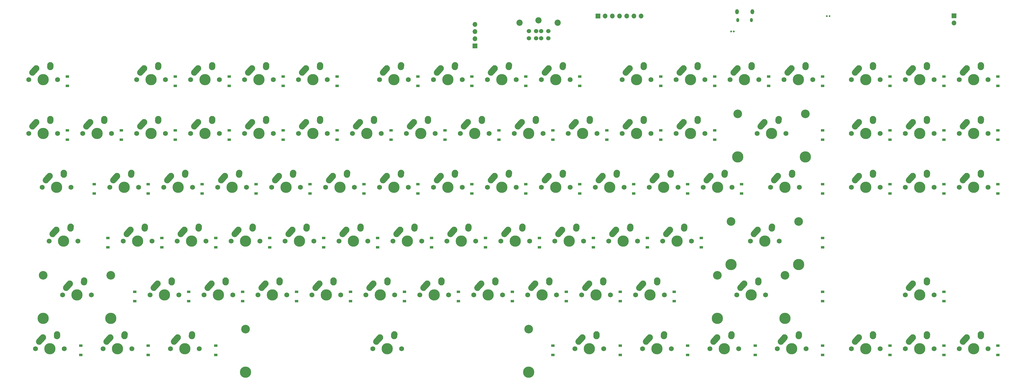
<source format=gbr>
G04 #@! TF.GenerationSoftware,KiCad,Pcbnew,(5.1.12)-1*
G04 #@! TF.CreationDate,2023-01-21T13:53:20-07:00*
G04 #@! TF.ProjectId,keyboard,6b657962-6f61-4726-942e-6b696361645f,rev?*
G04 #@! TF.SameCoordinates,Original*
G04 #@! TF.FileFunction,Soldermask,Bot*
G04 #@! TF.FilePolarity,Negative*
%FSLAX46Y46*%
G04 Gerber Fmt 4.6, Leading zero omitted, Abs format (unit mm)*
G04 Created by KiCad (PCBNEW (5.1.12)-1) date 2023-01-21 13:53:20*
%MOMM*%
%LPD*%
G01*
G04 APERTURE LIST*
%ADD10O,1.700000X1.700000*%
%ADD11R,1.700000X1.700000*%
%ADD12C,2.200000*%
%ADD13C,1.524000*%
%ADD14C,1.750000*%
%ADD15C,2.250000*%
%ADD16C,3.987800*%
%ADD17C,3.048000*%
%ADD18O,1.050000X1.450000*%
%ADD19O,1.300000X1.800000*%
%ADD20R,1.200000X0.900000*%
G04 APERTURE END LIST*
D10*
X165989000Y-6096000D03*
X165989000Y-8636000D03*
X165989000Y-11176000D03*
D11*
X165989000Y-13716000D03*
D10*
X224663000Y-3175000D03*
X222123000Y-3175000D03*
X219583000Y-3175000D03*
X217043000Y-3175000D03*
X214503000Y-3175000D03*
X211963000Y-3175000D03*
D11*
X209423000Y-3175000D03*
G36*
G01*
X256731000Y-8463500D02*
X256731000Y-8808500D01*
G75*
G02*
X256583500Y-8956000I-147500J0D01*
G01*
X256288500Y-8956000D01*
G75*
G02*
X256141000Y-8808500I0J147500D01*
G01*
X256141000Y-8463500D01*
G75*
G02*
X256288500Y-8316000I147500J0D01*
G01*
X256583500Y-8316000D01*
G75*
G02*
X256731000Y-8463500I0J-147500D01*
G01*
G37*
G36*
G01*
X257701000Y-8463500D02*
X257701000Y-8808500D01*
G75*
G02*
X257553500Y-8956000I-147500J0D01*
G01*
X257258500Y-8956000D01*
G75*
G02*
X257111000Y-8808500I0J147500D01*
G01*
X257111000Y-8463500D01*
G75*
G02*
X257258500Y-8316000I147500J0D01*
G01*
X257553500Y-8316000D01*
G75*
G02*
X257701000Y-8463500I0J-147500D01*
G01*
G37*
G36*
G01*
X290531000Y-3005000D02*
X290531000Y-3345000D01*
G75*
G02*
X290391000Y-3485000I-140000J0D01*
G01*
X290111000Y-3485000D01*
G75*
G02*
X289971000Y-3345000I0J140000D01*
G01*
X289971000Y-3005000D01*
G75*
G02*
X290111000Y-2865000I140000J0D01*
G01*
X290391000Y-2865000D01*
G75*
G02*
X290531000Y-3005000I0J-140000D01*
G01*
G37*
G36*
G01*
X291491000Y-3005000D02*
X291491000Y-3345000D01*
G75*
G02*
X291351000Y-3485000I-140000J0D01*
G01*
X291071000Y-3485000D01*
G75*
G02*
X290931000Y-3345000I0J140000D01*
G01*
X290931000Y-3005000D01*
G75*
G02*
X291071000Y-2865000I140000J0D01*
G01*
X291351000Y-2865000D01*
G75*
G02*
X291491000Y-3005000I0J-140000D01*
G01*
G37*
D12*
X181718000Y-5500000D03*
X195218000Y-5500000D03*
X188468000Y-4700000D03*
D13*
X191868000Y-11000000D03*
X189368000Y-11000000D03*
X187568000Y-11000000D03*
X185068000Y-11000000D03*
X191868000Y-8500000D03*
X189368000Y-8500000D03*
X187568000Y-8500000D03*
X185068000Y-8500000D03*
D14*
X51942500Y-82867000D03*
X41782500Y-82867000D03*
D15*
X44362500Y-78867000D03*
D16*
X46862500Y-82867000D03*
G36*
G01*
X42301188Y-81164350D02*
X42301183Y-81164345D01*
G75*
G02*
X42215155Y-79575683I751317J837345D01*
G01*
X43525157Y-78115683D01*
G75*
G02*
X45113819Y-78029655I837345J-751317D01*
G01*
X45113819Y-78029655D01*
G75*
G02*
X45199847Y-79618317I-751317J-837345D01*
G01*
X43889845Y-81078317D01*
G75*
G02*
X42301183Y-81164345I-837345J751317D01*
G01*
G37*
D15*
X49402500Y-77787000D03*
G36*
G01*
X49285983Y-79489395D02*
X49285097Y-79489334D01*
G75*
G02*
X48240166Y-78289597I77403J1122334D01*
G01*
X48280166Y-77709597D01*
G75*
G02*
X49479903Y-76664666I1122334J-77403D01*
G01*
X49479903Y-76664666D01*
G75*
G02*
X50524834Y-77864403I-77403J-1122334D01*
G01*
X50484834Y-78444403D01*
G75*
G02*
X49285097Y-79489334I-1122334J77403D01*
G01*
G37*
D16*
X184968650Y-129222000D03*
X84968850Y-129222000D03*
D17*
X184968650Y-113982000D03*
X84968850Y-113982000D03*
D14*
X140048750Y-120967000D03*
X129888750Y-120967000D03*
D15*
X132468750Y-116967000D03*
D16*
X134968750Y-120967000D03*
G36*
G01*
X130407438Y-119264350D02*
X130407433Y-119264345D01*
G75*
G02*
X130321405Y-117675683I751317J837345D01*
G01*
X131631407Y-116215683D01*
G75*
G02*
X133220069Y-116129655I837345J-751317D01*
G01*
X133220069Y-116129655D01*
G75*
G02*
X133306097Y-117718317I-751317J-837345D01*
G01*
X131996095Y-119178317D01*
G75*
G02*
X130407433Y-119264345I-837345J751317D01*
G01*
G37*
D15*
X137508750Y-115887000D03*
G36*
G01*
X137392233Y-117589395D02*
X137391347Y-117589334D01*
G75*
G02*
X136346416Y-116389597I77403J1122334D01*
G01*
X136386416Y-115809597D01*
G75*
G02*
X137586153Y-114764666I1122334J-77403D01*
G01*
X137586153Y-114764666D01*
G75*
G02*
X138631084Y-115964403I-77403J-1122334D01*
G01*
X138591084Y-116544403D01*
G75*
G02*
X137391347Y-117589334I-1122334J77403D01*
G01*
G37*
D14*
X259111250Y-120967000D03*
X248951250Y-120967000D03*
D15*
X251531250Y-116967000D03*
D16*
X254031250Y-120967000D03*
G36*
G01*
X249469938Y-119264350D02*
X249469933Y-119264345D01*
G75*
G02*
X249383905Y-117675683I751317J837345D01*
G01*
X250693907Y-116215683D01*
G75*
G02*
X252282569Y-116129655I837345J-751317D01*
G01*
X252282569Y-116129655D01*
G75*
G02*
X252368597Y-117718317I-751317J-837345D01*
G01*
X251058595Y-119178317D01*
G75*
G02*
X249469933Y-119264345I-837345J751317D01*
G01*
G37*
D15*
X256571250Y-115887000D03*
G36*
G01*
X256454733Y-117589395D02*
X256453847Y-117589334D01*
G75*
G02*
X255408916Y-116389597I77403J1122334D01*
G01*
X255448916Y-115809597D01*
G75*
G02*
X256648653Y-114764666I1122334J-77403D01*
G01*
X256648653Y-114764666D01*
G75*
G02*
X257693584Y-115964403I-77403J-1122334D01*
G01*
X257653584Y-116544403D01*
G75*
G02*
X256453847Y-117589334I-1122334J77403D01*
G01*
G37*
D14*
X18605000Y-25717000D03*
X8445000Y-25717000D03*
D15*
X11025000Y-21717000D03*
D16*
X13525000Y-25717000D03*
G36*
G01*
X8963688Y-24014350D02*
X8963683Y-24014345D01*
G75*
G02*
X8877655Y-22425683I751317J837345D01*
G01*
X10187657Y-20965683D01*
G75*
G02*
X11776319Y-20879655I837345J-751317D01*
G01*
X11776319Y-20879655D01*
G75*
G02*
X11862347Y-22468317I-751317J-837345D01*
G01*
X10552345Y-23928317D01*
G75*
G02*
X8963683Y-24014345I-837345J751317D01*
G01*
G37*
D15*
X16065000Y-20637000D03*
G36*
G01*
X15948483Y-22339395D02*
X15947597Y-22339334D01*
G75*
G02*
X14902666Y-21139597I77403J1122334D01*
G01*
X14942666Y-20559597D01*
G75*
G02*
X16142403Y-19514666I1122334J-77403D01*
G01*
X16142403Y-19514666D01*
G75*
G02*
X17187334Y-20714403I-77403J-1122334D01*
G01*
X17147334Y-21294403D01*
G75*
G02*
X15947597Y-22339334I-1122334J77403D01*
G01*
G37*
D14*
X56705000Y-25717000D03*
X46545000Y-25717000D03*
D15*
X49125000Y-21717000D03*
D16*
X51625000Y-25717000D03*
G36*
G01*
X47063688Y-24014350D02*
X47063683Y-24014345D01*
G75*
G02*
X46977655Y-22425683I751317J837345D01*
G01*
X48287657Y-20965683D01*
G75*
G02*
X49876319Y-20879655I837345J-751317D01*
G01*
X49876319Y-20879655D01*
G75*
G02*
X49962347Y-22468317I-751317J-837345D01*
G01*
X48652345Y-23928317D01*
G75*
G02*
X47063683Y-24014345I-837345J751317D01*
G01*
G37*
D15*
X54165000Y-20637000D03*
G36*
G01*
X54048483Y-22339395D02*
X54047597Y-22339334D01*
G75*
G02*
X53002666Y-21139597I77403J1122334D01*
G01*
X53042666Y-20559597D01*
G75*
G02*
X54242403Y-19514666I1122334J-77403D01*
G01*
X54242403Y-19514666D01*
G75*
G02*
X55287334Y-20714403I-77403J-1122334D01*
G01*
X55247334Y-21294403D01*
G75*
G02*
X54047597Y-22339334I-1122334J77403D01*
G01*
G37*
D14*
X75755000Y-25717000D03*
X65595000Y-25717000D03*
D15*
X68175000Y-21717000D03*
D16*
X70675000Y-25717000D03*
G36*
G01*
X66113688Y-24014350D02*
X66113683Y-24014345D01*
G75*
G02*
X66027655Y-22425683I751317J837345D01*
G01*
X67337657Y-20965683D01*
G75*
G02*
X68926319Y-20879655I837345J-751317D01*
G01*
X68926319Y-20879655D01*
G75*
G02*
X69012347Y-22468317I-751317J-837345D01*
G01*
X67702345Y-23928317D01*
G75*
G02*
X66113683Y-24014345I-837345J751317D01*
G01*
G37*
D15*
X73215000Y-20637000D03*
G36*
G01*
X73098483Y-22339395D02*
X73097597Y-22339334D01*
G75*
G02*
X72052666Y-21139597I77403J1122334D01*
G01*
X72092666Y-20559597D01*
G75*
G02*
X73292403Y-19514666I1122334J-77403D01*
G01*
X73292403Y-19514666D01*
G75*
G02*
X74337334Y-20714403I-77403J-1122334D01*
G01*
X74297334Y-21294403D01*
G75*
G02*
X73097597Y-22339334I-1122334J77403D01*
G01*
G37*
D14*
X94805000Y-25717000D03*
X84645000Y-25717000D03*
D15*
X87225000Y-21717000D03*
D16*
X89725000Y-25717000D03*
G36*
G01*
X85163688Y-24014350D02*
X85163683Y-24014345D01*
G75*
G02*
X85077655Y-22425683I751317J837345D01*
G01*
X86387657Y-20965683D01*
G75*
G02*
X87976319Y-20879655I837345J-751317D01*
G01*
X87976319Y-20879655D01*
G75*
G02*
X88062347Y-22468317I-751317J-837345D01*
G01*
X86752345Y-23928317D01*
G75*
G02*
X85163683Y-24014345I-837345J751317D01*
G01*
G37*
D15*
X92265000Y-20637000D03*
G36*
G01*
X92148483Y-22339395D02*
X92147597Y-22339334D01*
G75*
G02*
X91102666Y-21139597I77403J1122334D01*
G01*
X91142666Y-20559597D01*
G75*
G02*
X92342403Y-19514666I1122334J-77403D01*
G01*
X92342403Y-19514666D01*
G75*
G02*
X93387334Y-20714403I-77403J-1122334D01*
G01*
X93347334Y-21294403D01*
G75*
G02*
X92147597Y-22339334I-1122334J77403D01*
G01*
G37*
D14*
X113855000Y-25717000D03*
X103695000Y-25717000D03*
D15*
X106275000Y-21717000D03*
D16*
X108775000Y-25717000D03*
G36*
G01*
X104213688Y-24014350D02*
X104213683Y-24014345D01*
G75*
G02*
X104127655Y-22425683I751317J837345D01*
G01*
X105437657Y-20965683D01*
G75*
G02*
X107026319Y-20879655I837345J-751317D01*
G01*
X107026319Y-20879655D01*
G75*
G02*
X107112347Y-22468317I-751317J-837345D01*
G01*
X105802345Y-23928317D01*
G75*
G02*
X104213683Y-24014345I-837345J751317D01*
G01*
G37*
D15*
X111315000Y-20637000D03*
G36*
G01*
X111198483Y-22339395D02*
X111197597Y-22339334D01*
G75*
G02*
X110152666Y-21139597I77403J1122334D01*
G01*
X110192666Y-20559597D01*
G75*
G02*
X111392403Y-19514666I1122334J-77403D01*
G01*
X111392403Y-19514666D01*
G75*
G02*
X112437334Y-20714403I-77403J-1122334D01*
G01*
X112397334Y-21294403D01*
G75*
G02*
X111197597Y-22339334I-1122334J77403D01*
G01*
G37*
D14*
X142430000Y-25717000D03*
X132270000Y-25717000D03*
D15*
X134850000Y-21717000D03*
D16*
X137350000Y-25717000D03*
G36*
G01*
X132788688Y-24014350D02*
X132788683Y-24014345D01*
G75*
G02*
X132702655Y-22425683I751317J837345D01*
G01*
X134012657Y-20965683D01*
G75*
G02*
X135601319Y-20879655I837345J-751317D01*
G01*
X135601319Y-20879655D01*
G75*
G02*
X135687347Y-22468317I-751317J-837345D01*
G01*
X134377345Y-23928317D01*
G75*
G02*
X132788683Y-24014345I-837345J751317D01*
G01*
G37*
D15*
X139890000Y-20637000D03*
G36*
G01*
X139773483Y-22339395D02*
X139772597Y-22339334D01*
G75*
G02*
X138727666Y-21139597I77403J1122334D01*
G01*
X138767666Y-20559597D01*
G75*
G02*
X139967403Y-19514666I1122334J-77403D01*
G01*
X139967403Y-19514666D01*
G75*
G02*
X141012334Y-20714403I-77403J-1122334D01*
G01*
X140972334Y-21294403D01*
G75*
G02*
X139772597Y-22339334I-1122334J77403D01*
G01*
G37*
D14*
X161480000Y-25717000D03*
X151320000Y-25717000D03*
D15*
X153900000Y-21717000D03*
D16*
X156400000Y-25717000D03*
G36*
G01*
X151838688Y-24014350D02*
X151838683Y-24014345D01*
G75*
G02*
X151752655Y-22425683I751317J837345D01*
G01*
X153062657Y-20965683D01*
G75*
G02*
X154651319Y-20879655I837345J-751317D01*
G01*
X154651319Y-20879655D01*
G75*
G02*
X154737347Y-22468317I-751317J-837345D01*
G01*
X153427345Y-23928317D01*
G75*
G02*
X151838683Y-24014345I-837345J751317D01*
G01*
G37*
D15*
X158940000Y-20637000D03*
G36*
G01*
X158823483Y-22339395D02*
X158822597Y-22339334D01*
G75*
G02*
X157777666Y-21139597I77403J1122334D01*
G01*
X157817666Y-20559597D01*
G75*
G02*
X159017403Y-19514666I1122334J-77403D01*
G01*
X159017403Y-19514666D01*
G75*
G02*
X160062334Y-20714403I-77403J-1122334D01*
G01*
X160022334Y-21294403D01*
G75*
G02*
X158822597Y-22339334I-1122334J77403D01*
G01*
G37*
D14*
X180530000Y-25717000D03*
X170370000Y-25717000D03*
D15*
X172950000Y-21717000D03*
D16*
X175450000Y-25717000D03*
G36*
G01*
X170888688Y-24014350D02*
X170888683Y-24014345D01*
G75*
G02*
X170802655Y-22425683I751317J837345D01*
G01*
X172112657Y-20965683D01*
G75*
G02*
X173701319Y-20879655I837345J-751317D01*
G01*
X173701319Y-20879655D01*
G75*
G02*
X173787347Y-22468317I-751317J-837345D01*
G01*
X172477345Y-23928317D01*
G75*
G02*
X170888683Y-24014345I-837345J751317D01*
G01*
G37*
D15*
X177990000Y-20637000D03*
G36*
G01*
X177873483Y-22339395D02*
X177872597Y-22339334D01*
G75*
G02*
X176827666Y-21139597I77403J1122334D01*
G01*
X176867666Y-20559597D01*
G75*
G02*
X178067403Y-19514666I1122334J-77403D01*
G01*
X178067403Y-19514666D01*
G75*
G02*
X179112334Y-20714403I-77403J-1122334D01*
G01*
X179072334Y-21294403D01*
G75*
G02*
X177872597Y-22339334I-1122334J77403D01*
G01*
G37*
D14*
X199580000Y-25717000D03*
X189420000Y-25717000D03*
D15*
X192000000Y-21717000D03*
D16*
X194500000Y-25717000D03*
G36*
G01*
X189938688Y-24014350D02*
X189938683Y-24014345D01*
G75*
G02*
X189852655Y-22425683I751317J837345D01*
G01*
X191162657Y-20965683D01*
G75*
G02*
X192751319Y-20879655I837345J-751317D01*
G01*
X192751319Y-20879655D01*
G75*
G02*
X192837347Y-22468317I-751317J-837345D01*
G01*
X191527345Y-23928317D01*
G75*
G02*
X189938683Y-24014345I-837345J751317D01*
G01*
G37*
D15*
X197040000Y-20637000D03*
G36*
G01*
X196923483Y-22339395D02*
X196922597Y-22339334D01*
G75*
G02*
X195877666Y-21139597I77403J1122334D01*
G01*
X195917666Y-20559597D01*
G75*
G02*
X197117403Y-19514666I1122334J-77403D01*
G01*
X197117403Y-19514666D01*
G75*
G02*
X198162334Y-20714403I-77403J-1122334D01*
G01*
X198122334Y-21294403D01*
G75*
G02*
X196922597Y-22339334I-1122334J77403D01*
G01*
G37*
D14*
X228155000Y-25717000D03*
X217995000Y-25717000D03*
D15*
X220575000Y-21717000D03*
D16*
X223075000Y-25717000D03*
G36*
G01*
X218513688Y-24014350D02*
X218513683Y-24014345D01*
G75*
G02*
X218427655Y-22425683I751317J837345D01*
G01*
X219737657Y-20965683D01*
G75*
G02*
X221326319Y-20879655I837345J-751317D01*
G01*
X221326319Y-20879655D01*
G75*
G02*
X221412347Y-22468317I-751317J-837345D01*
G01*
X220102345Y-23928317D01*
G75*
G02*
X218513683Y-24014345I-837345J751317D01*
G01*
G37*
D15*
X225615000Y-20637000D03*
G36*
G01*
X225498483Y-22339395D02*
X225497597Y-22339334D01*
G75*
G02*
X224452666Y-21139597I77403J1122334D01*
G01*
X224492666Y-20559597D01*
G75*
G02*
X225692403Y-19514666I1122334J-77403D01*
G01*
X225692403Y-19514666D01*
G75*
G02*
X226737334Y-20714403I-77403J-1122334D01*
G01*
X226697334Y-21294403D01*
G75*
G02*
X225497597Y-22339334I-1122334J77403D01*
G01*
G37*
D14*
X247205000Y-25717000D03*
X237045000Y-25717000D03*
D15*
X239625000Y-21717000D03*
D16*
X242125000Y-25717000D03*
G36*
G01*
X237563688Y-24014350D02*
X237563683Y-24014345D01*
G75*
G02*
X237477655Y-22425683I751317J837345D01*
G01*
X238787657Y-20965683D01*
G75*
G02*
X240376319Y-20879655I837345J-751317D01*
G01*
X240376319Y-20879655D01*
G75*
G02*
X240462347Y-22468317I-751317J-837345D01*
G01*
X239152345Y-23928317D01*
G75*
G02*
X237563683Y-24014345I-837345J751317D01*
G01*
G37*
D15*
X244665000Y-20637000D03*
G36*
G01*
X244548483Y-22339395D02*
X244547597Y-22339334D01*
G75*
G02*
X243502666Y-21139597I77403J1122334D01*
G01*
X243542666Y-20559597D01*
G75*
G02*
X244742403Y-19514666I1122334J-77403D01*
G01*
X244742403Y-19514666D01*
G75*
G02*
X245787334Y-20714403I-77403J-1122334D01*
G01*
X245747334Y-21294403D01*
G75*
G02*
X244547597Y-22339334I-1122334J77403D01*
G01*
G37*
D14*
X266255000Y-25717000D03*
X256095000Y-25717000D03*
D15*
X258675000Y-21717000D03*
D16*
X261175000Y-25717000D03*
G36*
G01*
X256613688Y-24014350D02*
X256613683Y-24014345D01*
G75*
G02*
X256527655Y-22425683I751317J837345D01*
G01*
X257837657Y-20965683D01*
G75*
G02*
X259426319Y-20879655I837345J-751317D01*
G01*
X259426319Y-20879655D01*
G75*
G02*
X259512347Y-22468317I-751317J-837345D01*
G01*
X258202345Y-23928317D01*
G75*
G02*
X256613683Y-24014345I-837345J751317D01*
G01*
G37*
D15*
X263715000Y-20637000D03*
G36*
G01*
X263598483Y-22339395D02*
X263597597Y-22339334D01*
G75*
G02*
X262552666Y-21139597I77403J1122334D01*
G01*
X262592666Y-20559597D01*
G75*
G02*
X263792403Y-19514666I1122334J-77403D01*
G01*
X263792403Y-19514666D01*
G75*
G02*
X264837334Y-20714403I-77403J-1122334D01*
G01*
X264797334Y-21294403D01*
G75*
G02*
X263597597Y-22339334I-1122334J77403D01*
G01*
G37*
D14*
X285305000Y-25717000D03*
X275145000Y-25717000D03*
D15*
X277725000Y-21717000D03*
D16*
X280225000Y-25717000D03*
G36*
G01*
X275663688Y-24014350D02*
X275663683Y-24014345D01*
G75*
G02*
X275577655Y-22425683I751317J837345D01*
G01*
X276887657Y-20965683D01*
G75*
G02*
X278476319Y-20879655I837345J-751317D01*
G01*
X278476319Y-20879655D01*
G75*
G02*
X278562347Y-22468317I-751317J-837345D01*
G01*
X277252345Y-23928317D01*
G75*
G02*
X275663683Y-24014345I-837345J751317D01*
G01*
G37*
D15*
X282765000Y-20637000D03*
G36*
G01*
X282648483Y-22339395D02*
X282647597Y-22339334D01*
G75*
G02*
X281602666Y-21139597I77403J1122334D01*
G01*
X281642666Y-20559597D01*
G75*
G02*
X282842403Y-19514666I1122334J-77403D01*
G01*
X282842403Y-19514666D01*
G75*
G02*
X283887334Y-20714403I-77403J-1122334D01*
G01*
X283847334Y-21294403D01*
G75*
G02*
X282647597Y-22339334I-1122334J77403D01*
G01*
G37*
D14*
X309117500Y-25717000D03*
X298957500Y-25717000D03*
D15*
X301537500Y-21717000D03*
D16*
X304037500Y-25717000D03*
G36*
G01*
X299476188Y-24014350D02*
X299476183Y-24014345D01*
G75*
G02*
X299390155Y-22425683I751317J837345D01*
G01*
X300700157Y-20965683D01*
G75*
G02*
X302288819Y-20879655I837345J-751317D01*
G01*
X302288819Y-20879655D01*
G75*
G02*
X302374847Y-22468317I-751317J-837345D01*
G01*
X301064845Y-23928317D01*
G75*
G02*
X299476183Y-24014345I-837345J751317D01*
G01*
G37*
D15*
X306577500Y-20637000D03*
G36*
G01*
X306460983Y-22339395D02*
X306460097Y-22339334D01*
G75*
G02*
X305415166Y-21139597I77403J1122334D01*
G01*
X305455166Y-20559597D01*
G75*
G02*
X306654903Y-19514666I1122334J-77403D01*
G01*
X306654903Y-19514666D01*
G75*
G02*
X307699834Y-20714403I-77403J-1122334D01*
G01*
X307659834Y-21294403D01*
G75*
G02*
X306460097Y-22339334I-1122334J77403D01*
G01*
G37*
D14*
X328167500Y-25717000D03*
X318007500Y-25717000D03*
D15*
X320587500Y-21717000D03*
D16*
X323087500Y-25717000D03*
G36*
G01*
X318526188Y-24014350D02*
X318526183Y-24014345D01*
G75*
G02*
X318440155Y-22425683I751317J837345D01*
G01*
X319750157Y-20965683D01*
G75*
G02*
X321338819Y-20879655I837345J-751317D01*
G01*
X321338819Y-20879655D01*
G75*
G02*
X321424847Y-22468317I-751317J-837345D01*
G01*
X320114845Y-23928317D01*
G75*
G02*
X318526183Y-24014345I-837345J751317D01*
G01*
G37*
D15*
X325627500Y-20637000D03*
G36*
G01*
X325510983Y-22339395D02*
X325510097Y-22339334D01*
G75*
G02*
X324465166Y-21139597I77403J1122334D01*
G01*
X324505166Y-20559597D01*
G75*
G02*
X325704903Y-19514666I1122334J-77403D01*
G01*
X325704903Y-19514666D01*
G75*
G02*
X326749834Y-20714403I-77403J-1122334D01*
G01*
X326709834Y-21294403D01*
G75*
G02*
X325510097Y-22339334I-1122334J77403D01*
G01*
G37*
D14*
X347217500Y-25717000D03*
X337057500Y-25717000D03*
D15*
X339637500Y-21717000D03*
D16*
X342137500Y-25717000D03*
G36*
G01*
X337576188Y-24014350D02*
X337576183Y-24014345D01*
G75*
G02*
X337490155Y-22425683I751317J837345D01*
G01*
X338800157Y-20965683D01*
G75*
G02*
X340388819Y-20879655I837345J-751317D01*
G01*
X340388819Y-20879655D01*
G75*
G02*
X340474847Y-22468317I-751317J-837345D01*
G01*
X339164845Y-23928317D01*
G75*
G02*
X337576183Y-24014345I-837345J751317D01*
G01*
G37*
D15*
X344677500Y-20637000D03*
G36*
G01*
X344560983Y-22339395D02*
X344560097Y-22339334D01*
G75*
G02*
X343515166Y-21139597I77403J1122334D01*
G01*
X343555166Y-20559597D01*
G75*
G02*
X344754903Y-19514666I1122334J-77403D01*
G01*
X344754903Y-19514666D01*
G75*
G02*
X345799834Y-20714403I-77403J-1122334D01*
G01*
X345759834Y-21294403D01*
G75*
G02*
X344560097Y-22339334I-1122334J77403D01*
G01*
G37*
D14*
X18605000Y-44767000D03*
X8445000Y-44767000D03*
D15*
X11025000Y-40767000D03*
D16*
X13525000Y-44767000D03*
G36*
G01*
X8963688Y-43064350D02*
X8963683Y-43064345D01*
G75*
G02*
X8877655Y-41475683I751317J837345D01*
G01*
X10187657Y-40015683D01*
G75*
G02*
X11776319Y-39929655I837345J-751317D01*
G01*
X11776319Y-39929655D01*
G75*
G02*
X11862347Y-41518317I-751317J-837345D01*
G01*
X10552345Y-42978317D01*
G75*
G02*
X8963683Y-43064345I-837345J751317D01*
G01*
G37*
D15*
X16065000Y-39687000D03*
G36*
G01*
X15948483Y-41389395D02*
X15947597Y-41389334D01*
G75*
G02*
X14902666Y-40189597I77403J1122334D01*
G01*
X14942666Y-39609597D01*
G75*
G02*
X16142403Y-38564666I1122334J-77403D01*
G01*
X16142403Y-38564666D01*
G75*
G02*
X17187334Y-39764403I-77403J-1122334D01*
G01*
X17147334Y-40344403D01*
G75*
G02*
X15947597Y-41389334I-1122334J77403D01*
G01*
G37*
D14*
X37655000Y-44767000D03*
X27495000Y-44767000D03*
D15*
X30075000Y-40767000D03*
D16*
X32575000Y-44767000D03*
G36*
G01*
X28013688Y-43064350D02*
X28013683Y-43064345D01*
G75*
G02*
X27927655Y-41475683I751317J837345D01*
G01*
X29237657Y-40015683D01*
G75*
G02*
X30826319Y-39929655I837345J-751317D01*
G01*
X30826319Y-39929655D01*
G75*
G02*
X30912347Y-41518317I-751317J-837345D01*
G01*
X29602345Y-42978317D01*
G75*
G02*
X28013683Y-43064345I-837345J751317D01*
G01*
G37*
D15*
X35115000Y-39687000D03*
G36*
G01*
X34998483Y-41389395D02*
X34997597Y-41389334D01*
G75*
G02*
X33952666Y-40189597I77403J1122334D01*
G01*
X33992666Y-39609597D01*
G75*
G02*
X35192403Y-38564666I1122334J-77403D01*
G01*
X35192403Y-38564666D01*
G75*
G02*
X36237334Y-39764403I-77403J-1122334D01*
G01*
X36197334Y-40344403D01*
G75*
G02*
X34997597Y-41389334I-1122334J77403D01*
G01*
G37*
D14*
X56705000Y-44767000D03*
X46545000Y-44767000D03*
D15*
X49125000Y-40767000D03*
D16*
X51625000Y-44767000D03*
G36*
G01*
X47063688Y-43064350D02*
X47063683Y-43064345D01*
G75*
G02*
X46977655Y-41475683I751317J837345D01*
G01*
X48287657Y-40015683D01*
G75*
G02*
X49876319Y-39929655I837345J-751317D01*
G01*
X49876319Y-39929655D01*
G75*
G02*
X49962347Y-41518317I-751317J-837345D01*
G01*
X48652345Y-42978317D01*
G75*
G02*
X47063683Y-43064345I-837345J751317D01*
G01*
G37*
D15*
X54165000Y-39687000D03*
G36*
G01*
X54048483Y-41389395D02*
X54047597Y-41389334D01*
G75*
G02*
X53002666Y-40189597I77403J1122334D01*
G01*
X53042666Y-39609597D01*
G75*
G02*
X54242403Y-38564666I1122334J-77403D01*
G01*
X54242403Y-38564666D01*
G75*
G02*
X55287334Y-39764403I-77403J-1122334D01*
G01*
X55247334Y-40344403D01*
G75*
G02*
X54047597Y-41389334I-1122334J77403D01*
G01*
G37*
D14*
X75755000Y-44767000D03*
X65595000Y-44767000D03*
D15*
X68175000Y-40767000D03*
D16*
X70675000Y-44767000D03*
G36*
G01*
X66113688Y-43064350D02*
X66113683Y-43064345D01*
G75*
G02*
X66027655Y-41475683I751317J837345D01*
G01*
X67337657Y-40015683D01*
G75*
G02*
X68926319Y-39929655I837345J-751317D01*
G01*
X68926319Y-39929655D01*
G75*
G02*
X69012347Y-41518317I-751317J-837345D01*
G01*
X67702345Y-42978317D01*
G75*
G02*
X66113683Y-43064345I-837345J751317D01*
G01*
G37*
D15*
X73215000Y-39687000D03*
G36*
G01*
X73098483Y-41389395D02*
X73097597Y-41389334D01*
G75*
G02*
X72052666Y-40189597I77403J1122334D01*
G01*
X72092666Y-39609597D01*
G75*
G02*
X73292403Y-38564666I1122334J-77403D01*
G01*
X73292403Y-38564666D01*
G75*
G02*
X74337334Y-39764403I-77403J-1122334D01*
G01*
X74297334Y-40344403D01*
G75*
G02*
X73097597Y-41389334I-1122334J77403D01*
G01*
G37*
D14*
X94805000Y-44767000D03*
X84645000Y-44767000D03*
D15*
X87225000Y-40767000D03*
D16*
X89725000Y-44767000D03*
G36*
G01*
X85163688Y-43064350D02*
X85163683Y-43064345D01*
G75*
G02*
X85077655Y-41475683I751317J837345D01*
G01*
X86387657Y-40015683D01*
G75*
G02*
X87976319Y-39929655I837345J-751317D01*
G01*
X87976319Y-39929655D01*
G75*
G02*
X88062347Y-41518317I-751317J-837345D01*
G01*
X86752345Y-42978317D01*
G75*
G02*
X85163683Y-43064345I-837345J751317D01*
G01*
G37*
D15*
X92265000Y-39687000D03*
G36*
G01*
X92148483Y-41389395D02*
X92147597Y-41389334D01*
G75*
G02*
X91102666Y-40189597I77403J1122334D01*
G01*
X91142666Y-39609597D01*
G75*
G02*
X92342403Y-38564666I1122334J-77403D01*
G01*
X92342403Y-38564666D01*
G75*
G02*
X93387334Y-39764403I-77403J-1122334D01*
G01*
X93347334Y-40344403D01*
G75*
G02*
X92147597Y-41389334I-1122334J77403D01*
G01*
G37*
D14*
X113855000Y-44767000D03*
X103695000Y-44767000D03*
D15*
X106275000Y-40767000D03*
D16*
X108775000Y-44767000D03*
G36*
G01*
X104213688Y-43064350D02*
X104213683Y-43064345D01*
G75*
G02*
X104127655Y-41475683I751317J837345D01*
G01*
X105437657Y-40015683D01*
G75*
G02*
X107026319Y-39929655I837345J-751317D01*
G01*
X107026319Y-39929655D01*
G75*
G02*
X107112347Y-41518317I-751317J-837345D01*
G01*
X105802345Y-42978317D01*
G75*
G02*
X104213683Y-43064345I-837345J751317D01*
G01*
G37*
D15*
X111315000Y-39687000D03*
G36*
G01*
X111198483Y-41389395D02*
X111197597Y-41389334D01*
G75*
G02*
X110152666Y-40189597I77403J1122334D01*
G01*
X110192666Y-39609597D01*
G75*
G02*
X111392403Y-38564666I1122334J-77403D01*
G01*
X111392403Y-38564666D01*
G75*
G02*
X112437334Y-39764403I-77403J-1122334D01*
G01*
X112397334Y-40344403D01*
G75*
G02*
X111197597Y-41389334I-1122334J77403D01*
G01*
G37*
D14*
X132905000Y-44767000D03*
X122745000Y-44767000D03*
D15*
X125325000Y-40767000D03*
D16*
X127825000Y-44767000D03*
G36*
G01*
X123263688Y-43064350D02*
X123263683Y-43064345D01*
G75*
G02*
X123177655Y-41475683I751317J837345D01*
G01*
X124487657Y-40015683D01*
G75*
G02*
X126076319Y-39929655I837345J-751317D01*
G01*
X126076319Y-39929655D01*
G75*
G02*
X126162347Y-41518317I-751317J-837345D01*
G01*
X124852345Y-42978317D01*
G75*
G02*
X123263683Y-43064345I-837345J751317D01*
G01*
G37*
D15*
X130365000Y-39687000D03*
G36*
G01*
X130248483Y-41389395D02*
X130247597Y-41389334D01*
G75*
G02*
X129202666Y-40189597I77403J1122334D01*
G01*
X129242666Y-39609597D01*
G75*
G02*
X130442403Y-38564666I1122334J-77403D01*
G01*
X130442403Y-38564666D01*
G75*
G02*
X131487334Y-39764403I-77403J-1122334D01*
G01*
X131447334Y-40344403D01*
G75*
G02*
X130247597Y-41389334I-1122334J77403D01*
G01*
G37*
D14*
X151955000Y-44767000D03*
X141795000Y-44767000D03*
D15*
X144375000Y-40767000D03*
D16*
X146875000Y-44767000D03*
G36*
G01*
X142313688Y-43064350D02*
X142313683Y-43064345D01*
G75*
G02*
X142227655Y-41475683I751317J837345D01*
G01*
X143537657Y-40015683D01*
G75*
G02*
X145126319Y-39929655I837345J-751317D01*
G01*
X145126319Y-39929655D01*
G75*
G02*
X145212347Y-41518317I-751317J-837345D01*
G01*
X143902345Y-42978317D01*
G75*
G02*
X142313683Y-43064345I-837345J751317D01*
G01*
G37*
D15*
X149415000Y-39687000D03*
G36*
G01*
X149298483Y-41389395D02*
X149297597Y-41389334D01*
G75*
G02*
X148252666Y-40189597I77403J1122334D01*
G01*
X148292666Y-39609597D01*
G75*
G02*
X149492403Y-38564666I1122334J-77403D01*
G01*
X149492403Y-38564666D01*
G75*
G02*
X150537334Y-39764403I-77403J-1122334D01*
G01*
X150497334Y-40344403D01*
G75*
G02*
X149297597Y-41389334I-1122334J77403D01*
G01*
G37*
D14*
X171005000Y-44767000D03*
X160845000Y-44767000D03*
D15*
X163425000Y-40767000D03*
D16*
X165925000Y-44767000D03*
G36*
G01*
X161363688Y-43064350D02*
X161363683Y-43064345D01*
G75*
G02*
X161277655Y-41475683I751317J837345D01*
G01*
X162587657Y-40015683D01*
G75*
G02*
X164176319Y-39929655I837345J-751317D01*
G01*
X164176319Y-39929655D01*
G75*
G02*
X164262347Y-41518317I-751317J-837345D01*
G01*
X162952345Y-42978317D01*
G75*
G02*
X161363683Y-43064345I-837345J751317D01*
G01*
G37*
D15*
X168465000Y-39687000D03*
G36*
G01*
X168348483Y-41389395D02*
X168347597Y-41389334D01*
G75*
G02*
X167302666Y-40189597I77403J1122334D01*
G01*
X167342666Y-39609597D01*
G75*
G02*
X168542403Y-38564666I1122334J-77403D01*
G01*
X168542403Y-38564666D01*
G75*
G02*
X169587334Y-39764403I-77403J-1122334D01*
G01*
X169547334Y-40344403D01*
G75*
G02*
X168347597Y-41389334I-1122334J77403D01*
G01*
G37*
D14*
X190055000Y-44767000D03*
X179895000Y-44767000D03*
D15*
X182475000Y-40767000D03*
D16*
X184975000Y-44767000D03*
G36*
G01*
X180413688Y-43064350D02*
X180413683Y-43064345D01*
G75*
G02*
X180327655Y-41475683I751317J837345D01*
G01*
X181637657Y-40015683D01*
G75*
G02*
X183226319Y-39929655I837345J-751317D01*
G01*
X183226319Y-39929655D01*
G75*
G02*
X183312347Y-41518317I-751317J-837345D01*
G01*
X182002345Y-42978317D01*
G75*
G02*
X180413683Y-43064345I-837345J751317D01*
G01*
G37*
D15*
X187515000Y-39687000D03*
G36*
G01*
X187398483Y-41389395D02*
X187397597Y-41389334D01*
G75*
G02*
X186352666Y-40189597I77403J1122334D01*
G01*
X186392666Y-39609597D01*
G75*
G02*
X187592403Y-38564666I1122334J-77403D01*
G01*
X187592403Y-38564666D01*
G75*
G02*
X188637334Y-39764403I-77403J-1122334D01*
G01*
X188597334Y-40344403D01*
G75*
G02*
X187397597Y-41389334I-1122334J77403D01*
G01*
G37*
D14*
X209105000Y-44767000D03*
X198945000Y-44767000D03*
D15*
X201525000Y-40767000D03*
D16*
X204025000Y-44767000D03*
G36*
G01*
X199463688Y-43064350D02*
X199463683Y-43064345D01*
G75*
G02*
X199377655Y-41475683I751317J837345D01*
G01*
X200687657Y-40015683D01*
G75*
G02*
X202276319Y-39929655I837345J-751317D01*
G01*
X202276319Y-39929655D01*
G75*
G02*
X202362347Y-41518317I-751317J-837345D01*
G01*
X201052345Y-42978317D01*
G75*
G02*
X199463683Y-43064345I-837345J751317D01*
G01*
G37*
D15*
X206565000Y-39687000D03*
G36*
G01*
X206448483Y-41389395D02*
X206447597Y-41389334D01*
G75*
G02*
X205402666Y-40189597I77403J1122334D01*
G01*
X205442666Y-39609597D01*
G75*
G02*
X206642403Y-38564666I1122334J-77403D01*
G01*
X206642403Y-38564666D01*
G75*
G02*
X207687334Y-39764403I-77403J-1122334D01*
G01*
X207647334Y-40344403D01*
G75*
G02*
X206447597Y-41389334I-1122334J77403D01*
G01*
G37*
D14*
X228155000Y-44767000D03*
X217995000Y-44767000D03*
D15*
X220575000Y-40767000D03*
D16*
X223075000Y-44767000D03*
G36*
G01*
X218513688Y-43064350D02*
X218513683Y-43064345D01*
G75*
G02*
X218427655Y-41475683I751317J837345D01*
G01*
X219737657Y-40015683D01*
G75*
G02*
X221326319Y-39929655I837345J-751317D01*
G01*
X221326319Y-39929655D01*
G75*
G02*
X221412347Y-41518317I-751317J-837345D01*
G01*
X220102345Y-42978317D01*
G75*
G02*
X218513683Y-43064345I-837345J751317D01*
G01*
G37*
D15*
X225615000Y-39687000D03*
G36*
G01*
X225498483Y-41389395D02*
X225497597Y-41389334D01*
G75*
G02*
X224452666Y-40189597I77403J1122334D01*
G01*
X224492666Y-39609597D01*
G75*
G02*
X225692403Y-38564666I1122334J-77403D01*
G01*
X225692403Y-38564666D01*
G75*
G02*
X226737334Y-39764403I-77403J-1122334D01*
G01*
X226697334Y-40344403D01*
G75*
G02*
X225497597Y-41389334I-1122334J77403D01*
G01*
G37*
D14*
X247205000Y-44767000D03*
X237045000Y-44767000D03*
D15*
X239625000Y-40767000D03*
D16*
X242125000Y-44767000D03*
G36*
G01*
X237563688Y-43064350D02*
X237563683Y-43064345D01*
G75*
G02*
X237477655Y-41475683I751317J837345D01*
G01*
X238787657Y-40015683D01*
G75*
G02*
X240376319Y-39929655I837345J-751317D01*
G01*
X240376319Y-39929655D01*
G75*
G02*
X240462347Y-41518317I-751317J-837345D01*
G01*
X239152345Y-42978317D01*
G75*
G02*
X237563683Y-43064345I-837345J751317D01*
G01*
G37*
D15*
X244665000Y-39687000D03*
G36*
G01*
X244548483Y-41389395D02*
X244547597Y-41389334D01*
G75*
G02*
X243502666Y-40189597I77403J1122334D01*
G01*
X243542666Y-39609597D01*
G75*
G02*
X244742403Y-38564666I1122334J-77403D01*
G01*
X244742403Y-38564666D01*
G75*
G02*
X245787334Y-39764403I-77403J-1122334D01*
G01*
X245747334Y-40344403D01*
G75*
G02*
X244547597Y-41389334I-1122334J77403D01*
G01*
G37*
D16*
X282638000Y-53022000D03*
X258762000Y-53022000D03*
D17*
X282638000Y-37782000D03*
X258762000Y-37782000D03*
D14*
X275780000Y-44767000D03*
X265620000Y-44767000D03*
D15*
X268200000Y-40767000D03*
D16*
X270700000Y-44767000D03*
G36*
G01*
X266138688Y-43064350D02*
X266138683Y-43064345D01*
G75*
G02*
X266052655Y-41475683I751317J837345D01*
G01*
X267362657Y-40015683D01*
G75*
G02*
X268951319Y-39929655I837345J-751317D01*
G01*
X268951319Y-39929655D01*
G75*
G02*
X269037347Y-41518317I-751317J-837345D01*
G01*
X267727345Y-42978317D01*
G75*
G02*
X266138683Y-43064345I-837345J751317D01*
G01*
G37*
D15*
X273240000Y-39687000D03*
G36*
G01*
X273123483Y-41389395D02*
X273122597Y-41389334D01*
G75*
G02*
X272077666Y-40189597I77403J1122334D01*
G01*
X272117666Y-39609597D01*
G75*
G02*
X273317403Y-38564666I1122334J-77403D01*
G01*
X273317403Y-38564666D01*
G75*
G02*
X274362334Y-39764403I-77403J-1122334D01*
G01*
X274322334Y-40344403D01*
G75*
G02*
X273122597Y-41389334I-1122334J77403D01*
G01*
G37*
D14*
X309117500Y-44767000D03*
X298957500Y-44767000D03*
D15*
X301537500Y-40767000D03*
D16*
X304037500Y-44767000D03*
G36*
G01*
X299476188Y-43064350D02*
X299476183Y-43064345D01*
G75*
G02*
X299390155Y-41475683I751317J837345D01*
G01*
X300700157Y-40015683D01*
G75*
G02*
X302288819Y-39929655I837345J-751317D01*
G01*
X302288819Y-39929655D01*
G75*
G02*
X302374847Y-41518317I-751317J-837345D01*
G01*
X301064845Y-42978317D01*
G75*
G02*
X299476183Y-43064345I-837345J751317D01*
G01*
G37*
D15*
X306577500Y-39687000D03*
G36*
G01*
X306460983Y-41389395D02*
X306460097Y-41389334D01*
G75*
G02*
X305415166Y-40189597I77403J1122334D01*
G01*
X305455166Y-39609597D01*
G75*
G02*
X306654903Y-38564666I1122334J-77403D01*
G01*
X306654903Y-38564666D01*
G75*
G02*
X307699834Y-39764403I-77403J-1122334D01*
G01*
X307659834Y-40344403D01*
G75*
G02*
X306460097Y-41389334I-1122334J77403D01*
G01*
G37*
D14*
X328167500Y-44767000D03*
X318007500Y-44767000D03*
D15*
X320587500Y-40767000D03*
D16*
X323087500Y-44767000D03*
G36*
G01*
X318526188Y-43064350D02*
X318526183Y-43064345D01*
G75*
G02*
X318440155Y-41475683I751317J837345D01*
G01*
X319750157Y-40015683D01*
G75*
G02*
X321338819Y-39929655I837345J-751317D01*
G01*
X321338819Y-39929655D01*
G75*
G02*
X321424847Y-41518317I-751317J-837345D01*
G01*
X320114845Y-42978317D01*
G75*
G02*
X318526183Y-43064345I-837345J751317D01*
G01*
G37*
D15*
X325627500Y-39687000D03*
G36*
G01*
X325510983Y-41389395D02*
X325510097Y-41389334D01*
G75*
G02*
X324465166Y-40189597I77403J1122334D01*
G01*
X324505166Y-39609597D01*
G75*
G02*
X325704903Y-38564666I1122334J-77403D01*
G01*
X325704903Y-38564666D01*
G75*
G02*
X326749834Y-39764403I-77403J-1122334D01*
G01*
X326709834Y-40344403D01*
G75*
G02*
X325510097Y-41389334I-1122334J77403D01*
G01*
G37*
D14*
X347217500Y-44767000D03*
X337057500Y-44767000D03*
D15*
X339637500Y-40767000D03*
D16*
X342137500Y-44767000D03*
G36*
G01*
X337576188Y-43064350D02*
X337576183Y-43064345D01*
G75*
G02*
X337490155Y-41475683I751317J837345D01*
G01*
X338800157Y-40015683D01*
G75*
G02*
X340388819Y-39929655I837345J-751317D01*
G01*
X340388819Y-39929655D01*
G75*
G02*
X340474847Y-41518317I-751317J-837345D01*
G01*
X339164845Y-42978317D01*
G75*
G02*
X337576183Y-43064345I-837345J751317D01*
G01*
G37*
D15*
X344677500Y-39687000D03*
G36*
G01*
X344560983Y-41389395D02*
X344560097Y-41389334D01*
G75*
G02*
X343515166Y-40189597I77403J1122334D01*
G01*
X343555166Y-39609597D01*
G75*
G02*
X344754903Y-38564666I1122334J-77403D01*
G01*
X344754903Y-38564666D01*
G75*
G02*
X345799834Y-39764403I-77403J-1122334D01*
G01*
X345759834Y-40344403D01*
G75*
G02*
X344560097Y-41389334I-1122334J77403D01*
G01*
G37*
D14*
X23367500Y-63817000D03*
X13207500Y-63817000D03*
D15*
X15787500Y-59817000D03*
D16*
X18287500Y-63817000D03*
G36*
G01*
X13726188Y-62114350D02*
X13726183Y-62114345D01*
G75*
G02*
X13640155Y-60525683I751317J837345D01*
G01*
X14950157Y-59065683D01*
G75*
G02*
X16538819Y-58979655I837345J-751317D01*
G01*
X16538819Y-58979655D01*
G75*
G02*
X16624847Y-60568317I-751317J-837345D01*
G01*
X15314845Y-62028317D01*
G75*
G02*
X13726183Y-62114345I-837345J751317D01*
G01*
G37*
D15*
X20827500Y-58737000D03*
G36*
G01*
X20710983Y-60439395D02*
X20710097Y-60439334D01*
G75*
G02*
X19665166Y-59239597I77403J1122334D01*
G01*
X19705166Y-58659597D01*
G75*
G02*
X20904903Y-57614666I1122334J-77403D01*
G01*
X20904903Y-57614666D01*
G75*
G02*
X21949834Y-58814403I-77403J-1122334D01*
G01*
X21909834Y-59394403D01*
G75*
G02*
X20710097Y-60439334I-1122334J77403D01*
G01*
G37*
D14*
X47180000Y-63817000D03*
X37020000Y-63817000D03*
D15*
X39600000Y-59817000D03*
D16*
X42100000Y-63817000D03*
G36*
G01*
X37538688Y-62114350D02*
X37538683Y-62114345D01*
G75*
G02*
X37452655Y-60525683I751317J837345D01*
G01*
X38762657Y-59065683D01*
G75*
G02*
X40351319Y-58979655I837345J-751317D01*
G01*
X40351319Y-58979655D01*
G75*
G02*
X40437347Y-60568317I-751317J-837345D01*
G01*
X39127345Y-62028317D01*
G75*
G02*
X37538683Y-62114345I-837345J751317D01*
G01*
G37*
D15*
X44640000Y-58737000D03*
G36*
G01*
X44523483Y-60439395D02*
X44522597Y-60439334D01*
G75*
G02*
X43477666Y-59239597I77403J1122334D01*
G01*
X43517666Y-58659597D01*
G75*
G02*
X44717403Y-57614666I1122334J-77403D01*
G01*
X44717403Y-57614666D01*
G75*
G02*
X45762334Y-58814403I-77403J-1122334D01*
G01*
X45722334Y-59394403D01*
G75*
G02*
X44522597Y-60439334I-1122334J77403D01*
G01*
G37*
D14*
X66230000Y-63817000D03*
X56070000Y-63817000D03*
D15*
X58650000Y-59817000D03*
D16*
X61150000Y-63817000D03*
G36*
G01*
X56588688Y-62114350D02*
X56588683Y-62114345D01*
G75*
G02*
X56502655Y-60525683I751317J837345D01*
G01*
X57812657Y-59065683D01*
G75*
G02*
X59401319Y-58979655I837345J-751317D01*
G01*
X59401319Y-58979655D01*
G75*
G02*
X59487347Y-60568317I-751317J-837345D01*
G01*
X58177345Y-62028317D01*
G75*
G02*
X56588683Y-62114345I-837345J751317D01*
G01*
G37*
D15*
X63690000Y-58737000D03*
G36*
G01*
X63573483Y-60439395D02*
X63572597Y-60439334D01*
G75*
G02*
X62527666Y-59239597I77403J1122334D01*
G01*
X62567666Y-58659597D01*
G75*
G02*
X63767403Y-57614666I1122334J-77403D01*
G01*
X63767403Y-57614666D01*
G75*
G02*
X64812334Y-58814403I-77403J-1122334D01*
G01*
X64772334Y-59394403D01*
G75*
G02*
X63572597Y-60439334I-1122334J77403D01*
G01*
G37*
D14*
X85280000Y-63817000D03*
X75120000Y-63817000D03*
D15*
X77700000Y-59817000D03*
D16*
X80200000Y-63817000D03*
G36*
G01*
X75638688Y-62114350D02*
X75638683Y-62114345D01*
G75*
G02*
X75552655Y-60525683I751317J837345D01*
G01*
X76862657Y-59065683D01*
G75*
G02*
X78451319Y-58979655I837345J-751317D01*
G01*
X78451319Y-58979655D01*
G75*
G02*
X78537347Y-60568317I-751317J-837345D01*
G01*
X77227345Y-62028317D01*
G75*
G02*
X75638683Y-62114345I-837345J751317D01*
G01*
G37*
D15*
X82740000Y-58737000D03*
G36*
G01*
X82623483Y-60439395D02*
X82622597Y-60439334D01*
G75*
G02*
X81577666Y-59239597I77403J1122334D01*
G01*
X81617666Y-58659597D01*
G75*
G02*
X82817403Y-57614666I1122334J-77403D01*
G01*
X82817403Y-57614666D01*
G75*
G02*
X83862334Y-58814403I-77403J-1122334D01*
G01*
X83822334Y-59394403D01*
G75*
G02*
X82622597Y-60439334I-1122334J77403D01*
G01*
G37*
D14*
X104330000Y-63817000D03*
X94170000Y-63817000D03*
D15*
X96750000Y-59817000D03*
D16*
X99250000Y-63817000D03*
G36*
G01*
X94688688Y-62114350D02*
X94688683Y-62114345D01*
G75*
G02*
X94602655Y-60525683I751317J837345D01*
G01*
X95912657Y-59065683D01*
G75*
G02*
X97501319Y-58979655I837345J-751317D01*
G01*
X97501319Y-58979655D01*
G75*
G02*
X97587347Y-60568317I-751317J-837345D01*
G01*
X96277345Y-62028317D01*
G75*
G02*
X94688683Y-62114345I-837345J751317D01*
G01*
G37*
D15*
X101790000Y-58737000D03*
G36*
G01*
X101673483Y-60439395D02*
X101672597Y-60439334D01*
G75*
G02*
X100627666Y-59239597I77403J1122334D01*
G01*
X100667666Y-58659597D01*
G75*
G02*
X101867403Y-57614666I1122334J-77403D01*
G01*
X101867403Y-57614666D01*
G75*
G02*
X102912334Y-58814403I-77403J-1122334D01*
G01*
X102872334Y-59394403D01*
G75*
G02*
X101672597Y-60439334I-1122334J77403D01*
G01*
G37*
D14*
X123380000Y-63817000D03*
X113220000Y-63817000D03*
D15*
X115800000Y-59817000D03*
D16*
X118300000Y-63817000D03*
G36*
G01*
X113738688Y-62114350D02*
X113738683Y-62114345D01*
G75*
G02*
X113652655Y-60525683I751317J837345D01*
G01*
X114962657Y-59065683D01*
G75*
G02*
X116551319Y-58979655I837345J-751317D01*
G01*
X116551319Y-58979655D01*
G75*
G02*
X116637347Y-60568317I-751317J-837345D01*
G01*
X115327345Y-62028317D01*
G75*
G02*
X113738683Y-62114345I-837345J751317D01*
G01*
G37*
D15*
X120840000Y-58737000D03*
G36*
G01*
X120723483Y-60439395D02*
X120722597Y-60439334D01*
G75*
G02*
X119677666Y-59239597I77403J1122334D01*
G01*
X119717666Y-58659597D01*
G75*
G02*
X120917403Y-57614666I1122334J-77403D01*
G01*
X120917403Y-57614666D01*
G75*
G02*
X121962334Y-58814403I-77403J-1122334D01*
G01*
X121922334Y-59394403D01*
G75*
G02*
X120722597Y-60439334I-1122334J77403D01*
G01*
G37*
D14*
X142430000Y-63817000D03*
X132270000Y-63817000D03*
D15*
X134850000Y-59817000D03*
D16*
X137350000Y-63817000D03*
G36*
G01*
X132788688Y-62114350D02*
X132788683Y-62114345D01*
G75*
G02*
X132702655Y-60525683I751317J837345D01*
G01*
X134012657Y-59065683D01*
G75*
G02*
X135601319Y-58979655I837345J-751317D01*
G01*
X135601319Y-58979655D01*
G75*
G02*
X135687347Y-60568317I-751317J-837345D01*
G01*
X134377345Y-62028317D01*
G75*
G02*
X132788683Y-62114345I-837345J751317D01*
G01*
G37*
D15*
X139890000Y-58737000D03*
G36*
G01*
X139773483Y-60439395D02*
X139772597Y-60439334D01*
G75*
G02*
X138727666Y-59239597I77403J1122334D01*
G01*
X138767666Y-58659597D01*
G75*
G02*
X139967403Y-57614666I1122334J-77403D01*
G01*
X139967403Y-57614666D01*
G75*
G02*
X141012334Y-58814403I-77403J-1122334D01*
G01*
X140972334Y-59394403D01*
G75*
G02*
X139772597Y-60439334I-1122334J77403D01*
G01*
G37*
D14*
X161480000Y-63817000D03*
X151320000Y-63817000D03*
D15*
X153900000Y-59817000D03*
D16*
X156400000Y-63817000D03*
G36*
G01*
X151838688Y-62114350D02*
X151838683Y-62114345D01*
G75*
G02*
X151752655Y-60525683I751317J837345D01*
G01*
X153062657Y-59065683D01*
G75*
G02*
X154651319Y-58979655I837345J-751317D01*
G01*
X154651319Y-58979655D01*
G75*
G02*
X154737347Y-60568317I-751317J-837345D01*
G01*
X153427345Y-62028317D01*
G75*
G02*
X151838683Y-62114345I-837345J751317D01*
G01*
G37*
D15*
X158940000Y-58737000D03*
G36*
G01*
X158823483Y-60439395D02*
X158822597Y-60439334D01*
G75*
G02*
X157777666Y-59239597I77403J1122334D01*
G01*
X157817666Y-58659597D01*
G75*
G02*
X159017403Y-57614666I1122334J-77403D01*
G01*
X159017403Y-57614666D01*
G75*
G02*
X160062334Y-58814403I-77403J-1122334D01*
G01*
X160022334Y-59394403D01*
G75*
G02*
X158822597Y-60439334I-1122334J77403D01*
G01*
G37*
D14*
X180530000Y-63817000D03*
X170370000Y-63817000D03*
D15*
X172950000Y-59817000D03*
D16*
X175450000Y-63817000D03*
G36*
G01*
X170888688Y-62114350D02*
X170888683Y-62114345D01*
G75*
G02*
X170802655Y-60525683I751317J837345D01*
G01*
X172112657Y-59065683D01*
G75*
G02*
X173701319Y-58979655I837345J-751317D01*
G01*
X173701319Y-58979655D01*
G75*
G02*
X173787347Y-60568317I-751317J-837345D01*
G01*
X172477345Y-62028317D01*
G75*
G02*
X170888683Y-62114345I-837345J751317D01*
G01*
G37*
D15*
X177990000Y-58737000D03*
G36*
G01*
X177873483Y-60439395D02*
X177872597Y-60439334D01*
G75*
G02*
X176827666Y-59239597I77403J1122334D01*
G01*
X176867666Y-58659597D01*
G75*
G02*
X178067403Y-57614666I1122334J-77403D01*
G01*
X178067403Y-57614666D01*
G75*
G02*
X179112334Y-58814403I-77403J-1122334D01*
G01*
X179072334Y-59394403D01*
G75*
G02*
X177872597Y-60439334I-1122334J77403D01*
G01*
G37*
D14*
X199580000Y-63817000D03*
X189420000Y-63817000D03*
D15*
X192000000Y-59817000D03*
D16*
X194500000Y-63817000D03*
G36*
G01*
X189938688Y-62114350D02*
X189938683Y-62114345D01*
G75*
G02*
X189852655Y-60525683I751317J837345D01*
G01*
X191162657Y-59065683D01*
G75*
G02*
X192751319Y-58979655I837345J-751317D01*
G01*
X192751319Y-58979655D01*
G75*
G02*
X192837347Y-60568317I-751317J-837345D01*
G01*
X191527345Y-62028317D01*
G75*
G02*
X189938683Y-62114345I-837345J751317D01*
G01*
G37*
D15*
X197040000Y-58737000D03*
G36*
G01*
X196923483Y-60439395D02*
X196922597Y-60439334D01*
G75*
G02*
X195877666Y-59239597I77403J1122334D01*
G01*
X195917666Y-58659597D01*
G75*
G02*
X197117403Y-57614666I1122334J-77403D01*
G01*
X197117403Y-57614666D01*
G75*
G02*
X198162334Y-58814403I-77403J-1122334D01*
G01*
X198122334Y-59394403D01*
G75*
G02*
X196922597Y-60439334I-1122334J77403D01*
G01*
G37*
D14*
X218630000Y-63817000D03*
X208470000Y-63817000D03*
D15*
X211050000Y-59817000D03*
D16*
X213550000Y-63817000D03*
G36*
G01*
X208988688Y-62114350D02*
X208988683Y-62114345D01*
G75*
G02*
X208902655Y-60525683I751317J837345D01*
G01*
X210212657Y-59065683D01*
G75*
G02*
X211801319Y-58979655I837345J-751317D01*
G01*
X211801319Y-58979655D01*
G75*
G02*
X211887347Y-60568317I-751317J-837345D01*
G01*
X210577345Y-62028317D01*
G75*
G02*
X208988683Y-62114345I-837345J751317D01*
G01*
G37*
D15*
X216090000Y-58737000D03*
G36*
G01*
X215973483Y-60439395D02*
X215972597Y-60439334D01*
G75*
G02*
X214927666Y-59239597I77403J1122334D01*
G01*
X214967666Y-58659597D01*
G75*
G02*
X216167403Y-57614666I1122334J-77403D01*
G01*
X216167403Y-57614666D01*
G75*
G02*
X217212334Y-58814403I-77403J-1122334D01*
G01*
X217172334Y-59394403D01*
G75*
G02*
X215972597Y-60439334I-1122334J77403D01*
G01*
G37*
D14*
X237680000Y-63817000D03*
X227520000Y-63817000D03*
D15*
X230100000Y-59817000D03*
D16*
X232600000Y-63817000D03*
G36*
G01*
X228038688Y-62114350D02*
X228038683Y-62114345D01*
G75*
G02*
X227952655Y-60525683I751317J837345D01*
G01*
X229262657Y-59065683D01*
G75*
G02*
X230851319Y-58979655I837345J-751317D01*
G01*
X230851319Y-58979655D01*
G75*
G02*
X230937347Y-60568317I-751317J-837345D01*
G01*
X229627345Y-62028317D01*
G75*
G02*
X228038683Y-62114345I-837345J751317D01*
G01*
G37*
D15*
X235140000Y-58737000D03*
G36*
G01*
X235023483Y-60439395D02*
X235022597Y-60439334D01*
G75*
G02*
X233977666Y-59239597I77403J1122334D01*
G01*
X234017666Y-58659597D01*
G75*
G02*
X235217403Y-57614666I1122334J-77403D01*
G01*
X235217403Y-57614666D01*
G75*
G02*
X236262334Y-58814403I-77403J-1122334D01*
G01*
X236222334Y-59394403D01*
G75*
G02*
X235022597Y-60439334I-1122334J77403D01*
G01*
G37*
D14*
X256730000Y-63817000D03*
X246570000Y-63817000D03*
D15*
X249150000Y-59817000D03*
D16*
X251650000Y-63817000D03*
G36*
G01*
X247088688Y-62114350D02*
X247088683Y-62114345D01*
G75*
G02*
X247002655Y-60525683I751317J837345D01*
G01*
X248312657Y-59065683D01*
G75*
G02*
X249901319Y-58979655I837345J-751317D01*
G01*
X249901319Y-58979655D01*
G75*
G02*
X249987347Y-60568317I-751317J-837345D01*
G01*
X248677345Y-62028317D01*
G75*
G02*
X247088683Y-62114345I-837345J751317D01*
G01*
G37*
D15*
X254190000Y-58737000D03*
G36*
G01*
X254073483Y-60439395D02*
X254072597Y-60439334D01*
G75*
G02*
X253027666Y-59239597I77403J1122334D01*
G01*
X253067666Y-58659597D01*
G75*
G02*
X254267403Y-57614666I1122334J-77403D01*
G01*
X254267403Y-57614666D01*
G75*
G02*
X255312334Y-58814403I-77403J-1122334D01*
G01*
X255272334Y-59394403D01*
G75*
G02*
X254072597Y-60439334I-1122334J77403D01*
G01*
G37*
D14*
X280542500Y-63817000D03*
X270382500Y-63817000D03*
D15*
X272962500Y-59817000D03*
D16*
X275462500Y-63817000D03*
G36*
G01*
X270901188Y-62114350D02*
X270901183Y-62114345D01*
G75*
G02*
X270815155Y-60525683I751317J837345D01*
G01*
X272125157Y-59065683D01*
G75*
G02*
X273713819Y-58979655I837345J-751317D01*
G01*
X273713819Y-58979655D01*
G75*
G02*
X273799847Y-60568317I-751317J-837345D01*
G01*
X272489845Y-62028317D01*
G75*
G02*
X270901183Y-62114345I-837345J751317D01*
G01*
G37*
D15*
X278002500Y-58737000D03*
G36*
G01*
X277885983Y-60439395D02*
X277885097Y-60439334D01*
G75*
G02*
X276840166Y-59239597I77403J1122334D01*
G01*
X276880166Y-58659597D01*
G75*
G02*
X278079903Y-57614666I1122334J-77403D01*
G01*
X278079903Y-57614666D01*
G75*
G02*
X279124834Y-58814403I-77403J-1122334D01*
G01*
X279084834Y-59394403D01*
G75*
G02*
X277885097Y-60439334I-1122334J77403D01*
G01*
G37*
D14*
X309117500Y-63817000D03*
X298957500Y-63817000D03*
D15*
X301537500Y-59817000D03*
D16*
X304037500Y-63817000D03*
G36*
G01*
X299476188Y-62114350D02*
X299476183Y-62114345D01*
G75*
G02*
X299390155Y-60525683I751317J837345D01*
G01*
X300700157Y-59065683D01*
G75*
G02*
X302288819Y-58979655I837345J-751317D01*
G01*
X302288819Y-58979655D01*
G75*
G02*
X302374847Y-60568317I-751317J-837345D01*
G01*
X301064845Y-62028317D01*
G75*
G02*
X299476183Y-62114345I-837345J751317D01*
G01*
G37*
D15*
X306577500Y-58737000D03*
G36*
G01*
X306460983Y-60439395D02*
X306460097Y-60439334D01*
G75*
G02*
X305415166Y-59239597I77403J1122334D01*
G01*
X305455166Y-58659597D01*
G75*
G02*
X306654903Y-57614666I1122334J-77403D01*
G01*
X306654903Y-57614666D01*
G75*
G02*
X307699834Y-58814403I-77403J-1122334D01*
G01*
X307659834Y-59394403D01*
G75*
G02*
X306460097Y-60439334I-1122334J77403D01*
G01*
G37*
D14*
X328167500Y-63817000D03*
X318007500Y-63817000D03*
D15*
X320587500Y-59817000D03*
D16*
X323087500Y-63817000D03*
G36*
G01*
X318526188Y-62114350D02*
X318526183Y-62114345D01*
G75*
G02*
X318440155Y-60525683I751317J837345D01*
G01*
X319750157Y-59065683D01*
G75*
G02*
X321338819Y-58979655I837345J-751317D01*
G01*
X321338819Y-58979655D01*
G75*
G02*
X321424847Y-60568317I-751317J-837345D01*
G01*
X320114845Y-62028317D01*
G75*
G02*
X318526183Y-62114345I-837345J751317D01*
G01*
G37*
D15*
X325627500Y-58737000D03*
G36*
G01*
X325510983Y-60439395D02*
X325510097Y-60439334D01*
G75*
G02*
X324465166Y-59239597I77403J1122334D01*
G01*
X324505166Y-58659597D01*
G75*
G02*
X325704903Y-57614666I1122334J-77403D01*
G01*
X325704903Y-57614666D01*
G75*
G02*
X326749834Y-58814403I-77403J-1122334D01*
G01*
X326709834Y-59394403D01*
G75*
G02*
X325510097Y-60439334I-1122334J77403D01*
G01*
G37*
D14*
X347217500Y-63817000D03*
X337057500Y-63817000D03*
D15*
X339637500Y-59817000D03*
D16*
X342137500Y-63817000D03*
G36*
G01*
X337576188Y-62114350D02*
X337576183Y-62114345D01*
G75*
G02*
X337490155Y-60525683I751317J837345D01*
G01*
X338800157Y-59065683D01*
G75*
G02*
X340388819Y-58979655I837345J-751317D01*
G01*
X340388819Y-58979655D01*
G75*
G02*
X340474847Y-60568317I-751317J-837345D01*
G01*
X339164845Y-62028317D01*
G75*
G02*
X337576183Y-62114345I-837345J751317D01*
G01*
G37*
D15*
X344677500Y-58737000D03*
G36*
G01*
X344560983Y-60439395D02*
X344560097Y-60439334D01*
G75*
G02*
X343515166Y-59239597I77403J1122334D01*
G01*
X343555166Y-58659597D01*
G75*
G02*
X344754903Y-57614666I1122334J-77403D01*
G01*
X344754903Y-57614666D01*
G75*
G02*
X345799834Y-58814403I-77403J-1122334D01*
G01*
X345759834Y-59394403D01*
G75*
G02*
X344560097Y-60439334I-1122334J77403D01*
G01*
G37*
D14*
X25748750Y-82867000D03*
X15588750Y-82867000D03*
D15*
X18168750Y-78867000D03*
D16*
X20668750Y-82867000D03*
G36*
G01*
X16107438Y-81164350D02*
X16107433Y-81164345D01*
G75*
G02*
X16021405Y-79575683I751317J837345D01*
G01*
X17331407Y-78115683D01*
G75*
G02*
X18920069Y-78029655I837345J-751317D01*
G01*
X18920069Y-78029655D01*
G75*
G02*
X19006097Y-79618317I-751317J-837345D01*
G01*
X17696095Y-81078317D01*
G75*
G02*
X16107433Y-81164345I-837345J751317D01*
G01*
G37*
D15*
X23208750Y-77787000D03*
G36*
G01*
X23092233Y-79489395D02*
X23091347Y-79489334D01*
G75*
G02*
X22046416Y-78289597I77403J1122334D01*
G01*
X22086416Y-77709597D01*
G75*
G02*
X23286153Y-76664666I1122334J-77403D01*
G01*
X23286153Y-76664666D01*
G75*
G02*
X24331084Y-77864403I-77403J-1122334D01*
G01*
X24291084Y-78444403D01*
G75*
G02*
X23091347Y-79489334I-1122334J77403D01*
G01*
G37*
D14*
X70992500Y-82867000D03*
X60832500Y-82867000D03*
D15*
X63412500Y-78867000D03*
D16*
X65912500Y-82867000D03*
G36*
G01*
X61351188Y-81164350D02*
X61351183Y-81164345D01*
G75*
G02*
X61265155Y-79575683I751317J837345D01*
G01*
X62575157Y-78115683D01*
G75*
G02*
X64163819Y-78029655I837345J-751317D01*
G01*
X64163819Y-78029655D01*
G75*
G02*
X64249847Y-79618317I-751317J-837345D01*
G01*
X62939845Y-81078317D01*
G75*
G02*
X61351183Y-81164345I-837345J751317D01*
G01*
G37*
D15*
X68452500Y-77787000D03*
G36*
G01*
X68335983Y-79489395D02*
X68335097Y-79489334D01*
G75*
G02*
X67290166Y-78289597I77403J1122334D01*
G01*
X67330166Y-77709597D01*
G75*
G02*
X68529903Y-76664666I1122334J-77403D01*
G01*
X68529903Y-76664666D01*
G75*
G02*
X69574834Y-77864403I-77403J-1122334D01*
G01*
X69534834Y-78444403D01*
G75*
G02*
X68335097Y-79489334I-1122334J77403D01*
G01*
G37*
D14*
X90042500Y-82867000D03*
X79882500Y-82867000D03*
D15*
X82462500Y-78867000D03*
D16*
X84962500Y-82867000D03*
G36*
G01*
X80401188Y-81164350D02*
X80401183Y-81164345D01*
G75*
G02*
X80315155Y-79575683I751317J837345D01*
G01*
X81625157Y-78115683D01*
G75*
G02*
X83213819Y-78029655I837345J-751317D01*
G01*
X83213819Y-78029655D01*
G75*
G02*
X83299847Y-79618317I-751317J-837345D01*
G01*
X81989845Y-81078317D01*
G75*
G02*
X80401183Y-81164345I-837345J751317D01*
G01*
G37*
D15*
X87502500Y-77787000D03*
G36*
G01*
X87385983Y-79489395D02*
X87385097Y-79489334D01*
G75*
G02*
X86340166Y-78289597I77403J1122334D01*
G01*
X86380166Y-77709597D01*
G75*
G02*
X87579903Y-76664666I1122334J-77403D01*
G01*
X87579903Y-76664666D01*
G75*
G02*
X88624834Y-77864403I-77403J-1122334D01*
G01*
X88584834Y-78444403D01*
G75*
G02*
X87385097Y-79489334I-1122334J77403D01*
G01*
G37*
D14*
X109092500Y-82867000D03*
X98932500Y-82867000D03*
D15*
X101512500Y-78867000D03*
D16*
X104012500Y-82867000D03*
G36*
G01*
X99451188Y-81164350D02*
X99451183Y-81164345D01*
G75*
G02*
X99365155Y-79575683I751317J837345D01*
G01*
X100675157Y-78115683D01*
G75*
G02*
X102263819Y-78029655I837345J-751317D01*
G01*
X102263819Y-78029655D01*
G75*
G02*
X102349847Y-79618317I-751317J-837345D01*
G01*
X101039845Y-81078317D01*
G75*
G02*
X99451183Y-81164345I-837345J751317D01*
G01*
G37*
D15*
X106552500Y-77787000D03*
G36*
G01*
X106435983Y-79489395D02*
X106435097Y-79489334D01*
G75*
G02*
X105390166Y-78289597I77403J1122334D01*
G01*
X105430166Y-77709597D01*
G75*
G02*
X106629903Y-76664666I1122334J-77403D01*
G01*
X106629903Y-76664666D01*
G75*
G02*
X107674834Y-77864403I-77403J-1122334D01*
G01*
X107634834Y-78444403D01*
G75*
G02*
X106435097Y-79489334I-1122334J77403D01*
G01*
G37*
D14*
X128142500Y-82867000D03*
X117982500Y-82867000D03*
D15*
X120562500Y-78867000D03*
D16*
X123062500Y-82867000D03*
G36*
G01*
X118501188Y-81164350D02*
X118501183Y-81164345D01*
G75*
G02*
X118415155Y-79575683I751317J837345D01*
G01*
X119725157Y-78115683D01*
G75*
G02*
X121313819Y-78029655I837345J-751317D01*
G01*
X121313819Y-78029655D01*
G75*
G02*
X121399847Y-79618317I-751317J-837345D01*
G01*
X120089845Y-81078317D01*
G75*
G02*
X118501183Y-81164345I-837345J751317D01*
G01*
G37*
D15*
X125602500Y-77787000D03*
G36*
G01*
X125485983Y-79489395D02*
X125485097Y-79489334D01*
G75*
G02*
X124440166Y-78289597I77403J1122334D01*
G01*
X124480166Y-77709597D01*
G75*
G02*
X125679903Y-76664666I1122334J-77403D01*
G01*
X125679903Y-76664666D01*
G75*
G02*
X126724834Y-77864403I-77403J-1122334D01*
G01*
X126684834Y-78444403D01*
G75*
G02*
X125485097Y-79489334I-1122334J77403D01*
G01*
G37*
D14*
X147192500Y-82867000D03*
X137032500Y-82867000D03*
D15*
X139612500Y-78867000D03*
D16*
X142112500Y-82867000D03*
G36*
G01*
X137551188Y-81164350D02*
X137551183Y-81164345D01*
G75*
G02*
X137465155Y-79575683I751317J837345D01*
G01*
X138775157Y-78115683D01*
G75*
G02*
X140363819Y-78029655I837345J-751317D01*
G01*
X140363819Y-78029655D01*
G75*
G02*
X140449847Y-79618317I-751317J-837345D01*
G01*
X139139845Y-81078317D01*
G75*
G02*
X137551183Y-81164345I-837345J751317D01*
G01*
G37*
D15*
X144652500Y-77787000D03*
G36*
G01*
X144535983Y-79489395D02*
X144535097Y-79489334D01*
G75*
G02*
X143490166Y-78289597I77403J1122334D01*
G01*
X143530166Y-77709597D01*
G75*
G02*
X144729903Y-76664666I1122334J-77403D01*
G01*
X144729903Y-76664666D01*
G75*
G02*
X145774834Y-77864403I-77403J-1122334D01*
G01*
X145734834Y-78444403D01*
G75*
G02*
X144535097Y-79489334I-1122334J77403D01*
G01*
G37*
D14*
X166242500Y-82867000D03*
X156082500Y-82867000D03*
D15*
X158662500Y-78867000D03*
D16*
X161162500Y-82867000D03*
G36*
G01*
X156601188Y-81164350D02*
X156601183Y-81164345D01*
G75*
G02*
X156515155Y-79575683I751317J837345D01*
G01*
X157825157Y-78115683D01*
G75*
G02*
X159413819Y-78029655I837345J-751317D01*
G01*
X159413819Y-78029655D01*
G75*
G02*
X159499847Y-79618317I-751317J-837345D01*
G01*
X158189845Y-81078317D01*
G75*
G02*
X156601183Y-81164345I-837345J751317D01*
G01*
G37*
D15*
X163702500Y-77787000D03*
G36*
G01*
X163585983Y-79489395D02*
X163585097Y-79489334D01*
G75*
G02*
X162540166Y-78289597I77403J1122334D01*
G01*
X162580166Y-77709597D01*
G75*
G02*
X163779903Y-76664666I1122334J-77403D01*
G01*
X163779903Y-76664666D01*
G75*
G02*
X164824834Y-77864403I-77403J-1122334D01*
G01*
X164784834Y-78444403D01*
G75*
G02*
X163585097Y-79489334I-1122334J77403D01*
G01*
G37*
D14*
X185292500Y-82867000D03*
X175132500Y-82867000D03*
D15*
X177712500Y-78867000D03*
D16*
X180212500Y-82867000D03*
G36*
G01*
X175651188Y-81164350D02*
X175651183Y-81164345D01*
G75*
G02*
X175565155Y-79575683I751317J837345D01*
G01*
X176875157Y-78115683D01*
G75*
G02*
X178463819Y-78029655I837345J-751317D01*
G01*
X178463819Y-78029655D01*
G75*
G02*
X178549847Y-79618317I-751317J-837345D01*
G01*
X177239845Y-81078317D01*
G75*
G02*
X175651183Y-81164345I-837345J751317D01*
G01*
G37*
D15*
X182752500Y-77787000D03*
G36*
G01*
X182635983Y-79489395D02*
X182635097Y-79489334D01*
G75*
G02*
X181590166Y-78289597I77403J1122334D01*
G01*
X181630166Y-77709597D01*
G75*
G02*
X182829903Y-76664666I1122334J-77403D01*
G01*
X182829903Y-76664666D01*
G75*
G02*
X183874834Y-77864403I-77403J-1122334D01*
G01*
X183834834Y-78444403D01*
G75*
G02*
X182635097Y-79489334I-1122334J77403D01*
G01*
G37*
D14*
X204342500Y-82867000D03*
X194182500Y-82867000D03*
D15*
X196762500Y-78867000D03*
D16*
X199262500Y-82867000D03*
G36*
G01*
X194701188Y-81164350D02*
X194701183Y-81164345D01*
G75*
G02*
X194615155Y-79575683I751317J837345D01*
G01*
X195925157Y-78115683D01*
G75*
G02*
X197513819Y-78029655I837345J-751317D01*
G01*
X197513819Y-78029655D01*
G75*
G02*
X197599847Y-79618317I-751317J-837345D01*
G01*
X196289845Y-81078317D01*
G75*
G02*
X194701183Y-81164345I-837345J751317D01*
G01*
G37*
D15*
X201802500Y-77787000D03*
G36*
G01*
X201685983Y-79489395D02*
X201685097Y-79489334D01*
G75*
G02*
X200640166Y-78289597I77403J1122334D01*
G01*
X200680166Y-77709597D01*
G75*
G02*
X201879903Y-76664666I1122334J-77403D01*
G01*
X201879903Y-76664666D01*
G75*
G02*
X202924834Y-77864403I-77403J-1122334D01*
G01*
X202884834Y-78444403D01*
G75*
G02*
X201685097Y-79489334I-1122334J77403D01*
G01*
G37*
D14*
X223392500Y-82867000D03*
X213232500Y-82867000D03*
D15*
X215812500Y-78867000D03*
D16*
X218312500Y-82867000D03*
G36*
G01*
X213751188Y-81164350D02*
X213751183Y-81164345D01*
G75*
G02*
X213665155Y-79575683I751317J837345D01*
G01*
X214975157Y-78115683D01*
G75*
G02*
X216563819Y-78029655I837345J-751317D01*
G01*
X216563819Y-78029655D01*
G75*
G02*
X216649847Y-79618317I-751317J-837345D01*
G01*
X215339845Y-81078317D01*
G75*
G02*
X213751183Y-81164345I-837345J751317D01*
G01*
G37*
D15*
X220852500Y-77787000D03*
G36*
G01*
X220735983Y-79489395D02*
X220735097Y-79489334D01*
G75*
G02*
X219690166Y-78289597I77403J1122334D01*
G01*
X219730166Y-77709597D01*
G75*
G02*
X220929903Y-76664666I1122334J-77403D01*
G01*
X220929903Y-76664666D01*
G75*
G02*
X221974834Y-77864403I-77403J-1122334D01*
G01*
X221934834Y-78444403D01*
G75*
G02*
X220735097Y-79489334I-1122334J77403D01*
G01*
G37*
D14*
X242442500Y-82867000D03*
X232282500Y-82867000D03*
D15*
X234862500Y-78867000D03*
D16*
X237362500Y-82867000D03*
G36*
G01*
X232801188Y-81164350D02*
X232801183Y-81164345D01*
G75*
G02*
X232715155Y-79575683I751317J837345D01*
G01*
X234025157Y-78115683D01*
G75*
G02*
X235613819Y-78029655I837345J-751317D01*
G01*
X235613819Y-78029655D01*
G75*
G02*
X235699847Y-79618317I-751317J-837345D01*
G01*
X234389845Y-81078317D01*
G75*
G02*
X232801183Y-81164345I-837345J751317D01*
G01*
G37*
D15*
X239902500Y-77787000D03*
G36*
G01*
X239785983Y-79489395D02*
X239785097Y-79489334D01*
G75*
G02*
X238740166Y-78289597I77403J1122334D01*
G01*
X238780166Y-77709597D01*
G75*
G02*
X239979903Y-76664666I1122334J-77403D01*
G01*
X239979903Y-76664666D01*
G75*
G02*
X241024834Y-77864403I-77403J-1122334D01*
G01*
X240984834Y-78444403D01*
G75*
G02*
X239785097Y-79489334I-1122334J77403D01*
G01*
G37*
D16*
X280256750Y-91122000D03*
X256380750Y-91122000D03*
D17*
X280256750Y-75882000D03*
X256380750Y-75882000D03*
D14*
X273398750Y-82867000D03*
X263238750Y-82867000D03*
D15*
X265818750Y-78867000D03*
D16*
X268318750Y-82867000D03*
G36*
G01*
X263757438Y-81164350D02*
X263757433Y-81164345D01*
G75*
G02*
X263671405Y-79575683I751317J837345D01*
G01*
X264981407Y-78115683D01*
G75*
G02*
X266570069Y-78029655I837345J-751317D01*
G01*
X266570069Y-78029655D01*
G75*
G02*
X266656097Y-79618317I-751317J-837345D01*
G01*
X265346095Y-81078317D01*
G75*
G02*
X263757433Y-81164345I-837345J751317D01*
G01*
G37*
D15*
X270858750Y-77787000D03*
G36*
G01*
X270742233Y-79489395D02*
X270741347Y-79489334D01*
G75*
G02*
X269696416Y-78289597I77403J1122334D01*
G01*
X269736416Y-77709597D01*
G75*
G02*
X270936153Y-76664666I1122334J-77403D01*
G01*
X270936153Y-76664666D01*
G75*
G02*
X271981084Y-77864403I-77403J-1122334D01*
G01*
X271941084Y-78444403D01*
G75*
G02*
X270741347Y-79489334I-1122334J77403D01*
G01*
G37*
D16*
X37369250Y-110172000D03*
X13493250Y-110172000D03*
D17*
X37369250Y-94932000D03*
X13493250Y-94932000D03*
D14*
X30511250Y-101917000D03*
X20351250Y-101917000D03*
D15*
X22931250Y-97917000D03*
D16*
X25431250Y-101917000D03*
G36*
G01*
X20869938Y-100214350D02*
X20869933Y-100214345D01*
G75*
G02*
X20783905Y-98625683I751317J837345D01*
G01*
X22093907Y-97165683D01*
G75*
G02*
X23682569Y-97079655I837345J-751317D01*
G01*
X23682569Y-97079655D01*
G75*
G02*
X23768597Y-98668317I-751317J-837345D01*
G01*
X22458595Y-100128317D01*
G75*
G02*
X20869933Y-100214345I-837345J751317D01*
G01*
G37*
D15*
X27971250Y-96837000D03*
G36*
G01*
X27854733Y-98539395D02*
X27853847Y-98539334D01*
G75*
G02*
X26808916Y-97339597I77403J1122334D01*
G01*
X26848916Y-96759597D01*
G75*
G02*
X28048653Y-95714666I1122334J-77403D01*
G01*
X28048653Y-95714666D01*
G75*
G02*
X29093584Y-96914403I-77403J-1122334D01*
G01*
X29053584Y-97494403D01*
G75*
G02*
X27853847Y-98539334I-1122334J77403D01*
G01*
G37*
D14*
X61467500Y-101917000D03*
X51307500Y-101917000D03*
D15*
X53887500Y-97917000D03*
D16*
X56387500Y-101917000D03*
G36*
G01*
X51826188Y-100214350D02*
X51826183Y-100214345D01*
G75*
G02*
X51740155Y-98625683I751317J837345D01*
G01*
X53050157Y-97165683D01*
G75*
G02*
X54638819Y-97079655I837345J-751317D01*
G01*
X54638819Y-97079655D01*
G75*
G02*
X54724847Y-98668317I-751317J-837345D01*
G01*
X53414845Y-100128317D01*
G75*
G02*
X51826183Y-100214345I-837345J751317D01*
G01*
G37*
D15*
X58927500Y-96837000D03*
G36*
G01*
X58810983Y-98539395D02*
X58810097Y-98539334D01*
G75*
G02*
X57765166Y-97339597I77403J1122334D01*
G01*
X57805166Y-96759597D01*
G75*
G02*
X59004903Y-95714666I1122334J-77403D01*
G01*
X59004903Y-95714666D01*
G75*
G02*
X60049834Y-96914403I-77403J-1122334D01*
G01*
X60009834Y-97494403D01*
G75*
G02*
X58810097Y-98539334I-1122334J77403D01*
G01*
G37*
D14*
X80517500Y-101917000D03*
X70357500Y-101917000D03*
D15*
X72937500Y-97917000D03*
D16*
X75437500Y-101917000D03*
G36*
G01*
X70876188Y-100214350D02*
X70876183Y-100214345D01*
G75*
G02*
X70790155Y-98625683I751317J837345D01*
G01*
X72100157Y-97165683D01*
G75*
G02*
X73688819Y-97079655I837345J-751317D01*
G01*
X73688819Y-97079655D01*
G75*
G02*
X73774847Y-98668317I-751317J-837345D01*
G01*
X72464845Y-100128317D01*
G75*
G02*
X70876183Y-100214345I-837345J751317D01*
G01*
G37*
D15*
X77977500Y-96837000D03*
G36*
G01*
X77860983Y-98539395D02*
X77860097Y-98539334D01*
G75*
G02*
X76815166Y-97339597I77403J1122334D01*
G01*
X76855166Y-96759597D01*
G75*
G02*
X78054903Y-95714666I1122334J-77403D01*
G01*
X78054903Y-95714666D01*
G75*
G02*
X79099834Y-96914403I-77403J-1122334D01*
G01*
X79059834Y-97494403D01*
G75*
G02*
X77860097Y-98539334I-1122334J77403D01*
G01*
G37*
D14*
X99567500Y-101917000D03*
X89407500Y-101917000D03*
D15*
X91987500Y-97917000D03*
D16*
X94487500Y-101917000D03*
G36*
G01*
X89926188Y-100214350D02*
X89926183Y-100214345D01*
G75*
G02*
X89840155Y-98625683I751317J837345D01*
G01*
X91150157Y-97165683D01*
G75*
G02*
X92738819Y-97079655I837345J-751317D01*
G01*
X92738819Y-97079655D01*
G75*
G02*
X92824847Y-98668317I-751317J-837345D01*
G01*
X91514845Y-100128317D01*
G75*
G02*
X89926183Y-100214345I-837345J751317D01*
G01*
G37*
D15*
X97027500Y-96837000D03*
G36*
G01*
X96910983Y-98539395D02*
X96910097Y-98539334D01*
G75*
G02*
X95865166Y-97339597I77403J1122334D01*
G01*
X95905166Y-96759597D01*
G75*
G02*
X97104903Y-95714666I1122334J-77403D01*
G01*
X97104903Y-95714666D01*
G75*
G02*
X98149834Y-96914403I-77403J-1122334D01*
G01*
X98109834Y-97494403D01*
G75*
G02*
X96910097Y-98539334I-1122334J77403D01*
G01*
G37*
D14*
X118617500Y-101917000D03*
X108457500Y-101917000D03*
D15*
X111037500Y-97917000D03*
D16*
X113537500Y-101917000D03*
G36*
G01*
X108976188Y-100214350D02*
X108976183Y-100214345D01*
G75*
G02*
X108890155Y-98625683I751317J837345D01*
G01*
X110200157Y-97165683D01*
G75*
G02*
X111788819Y-97079655I837345J-751317D01*
G01*
X111788819Y-97079655D01*
G75*
G02*
X111874847Y-98668317I-751317J-837345D01*
G01*
X110564845Y-100128317D01*
G75*
G02*
X108976183Y-100214345I-837345J751317D01*
G01*
G37*
D15*
X116077500Y-96837000D03*
G36*
G01*
X115960983Y-98539395D02*
X115960097Y-98539334D01*
G75*
G02*
X114915166Y-97339597I77403J1122334D01*
G01*
X114955166Y-96759597D01*
G75*
G02*
X116154903Y-95714666I1122334J-77403D01*
G01*
X116154903Y-95714666D01*
G75*
G02*
X117199834Y-96914403I-77403J-1122334D01*
G01*
X117159834Y-97494403D01*
G75*
G02*
X115960097Y-98539334I-1122334J77403D01*
G01*
G37*
D14*
X137667500Y-101917000D03*
X127507500Y-101917000D03*
D15*
X130087500Y-97917000D03*
D16*
X132587500Y-101917000D03*
G36*
G01*
X128026188Y-100214350D02*
X128026183Y-100214345D01*
G75*
G02*
X127940155Y-98625683I751317J837345D01*
G01*
X129250157Y-97165683D01*
G75*
G02*
X130838819Y-97079655I837345J-751317D01*
G01*
X130838819Y-97079655D01*
G75*
G02*
X130924847Y-98668317I-751317J-837345D01*
G01*
X129614845Y-100128317D01*
G75*
G02*
X128026183Y-100214345I-837345J751317D01*
G01*
G37*
D15*
X135127500Y-96837000D03*
G36*
G01*
X135010983Y-98539395D02*
X135010097Y-98539334D01*
G75*
G02*
X133965166Y-97339597I77403J1122334D01*
G01*
X134005166Y-96759597D01*
G75*
G02*
X135204903Y-95714666I1122334J-77403D01*
G01*
X135204903Y-95714666D01*
G75*
G02*
X136249834Y-96914403I-77403J-1122334D01*
G01*
X136209834Y-97494403D01*
G75*
G02*
X135010097Y-98539334I-1122334J77403D01*
G01*
G37*
D14*
X156717500Y-101917000D03*
X146557500Y-101917000D03*
D15*
X149137500Y-97917000D03*
D16*
X151637500Y-101917000D03*
G36*
G01*
X147076188Y-100214350D02*
X147076183Y-100214345D01*
G75*
G02*
X146990155Y-98625683I751317J837345D01*
G01*
X148300157Y-97165683D01*
G75*
G02*
X149888819Y-97079655I837345J-751317D01*
G01*
X149888819Y-97079655D01*
G75*
G02*
X149974847Y-98668317I-751317J-837345D01*
G01*
X148664845Y-100128317D01*
G75*
G02*
X147076183Y-100214345I-837345J751317D01*
G01*
G37*
D15*
X154177500Y-96837000D03*
G36*
G01*
X154060983Y-98539395D02*
X154060097Y-98539334D01*
G75*
G02*
X153015166Y-97339597I77403J1122334D01*
G01*
X153055166Y-96759597D01*
G75*
G02*
X154254903Y-95714666I1122334J-77403D01*
G01*
X154254903Y-95714666D01*
G75*
G02*
X155299834Y-96914403I-77403J-1122334D01*
G01*
X155259834Y-97494403D01*
G75*
G02*
X154060097Y-98539334I-1122334J77403D01*
G01*
G37*
D14*
X175767500Y-101917000D03*
X165607500Y-101917000D03*
D15*
X168187500Y-97917000D03*
D16*
X170687500Y-101917000D03*
G36*
G01*
X166126188Y-100214350D02*
X166126183Y-100214345D01*
G75*
G02*
X166040155Y-98625683I751317J837345D01*
G01*
X167350157Y-97165683D01*
G75*
G02*
X168938819Y-97079655I837345J-751317D01*
G01*
X168938819Y-97079655D01*
G75*
G02*
X169024847Y-98668317I-751317J-837345D01*
G01*
X167714845Y-100128317D01*
G75*
G02*
X166126183Y-100214345I-837345J751317D01*
G01*
G37*
D15*
X173227500Y-96837000D03*
G36*
G01*
X173110983Y-98539395D02*
X173110097Y-98539334D01*
G75*
G02*
X172065166Y-97339597I77403J1122334D01*
G01*
X172105166Y-96759597D01*
G75*
G02*
X173304903Y-95714666I1122334J-77403D01*
G01*
X173304903Y-95714666D01*
G75*
G02*
X174349834Y-96914403I-77403J-1122334D01*
G01*
X174309834Y-97494403D01*
G75*
G02*
X173110097Y-98539334I-1122334J77403D01*
G01*
G37*
D14*
X194817500Y-101917000D03*
X184657500Y-101917000D03*
D15*
X187237500Y-97917000D03*
D16*
X189737500Y-101917000D03*
G36*
G01*
X185176188Y-100214350D02*
X185176183Y-100214345D01*
G75*
G02*
X185090155Y-98625683I751317J837345D01*
G01*
X186400157Y-97165683D01*
G75*
G02*
X187988819Y-97079655I837345J-751317D01*
G01*
X187988819Y-97079655D01*
G75*
G02*
X188074847Y-98668317I-751317J-837345D01*
G01*
X186764845Y-100128317D01*
G75*
G02*
X185176183Y-100214345I-837345J751317D01*
G01*
G37*
D15*
X192277500Y-96837000D03*
G36*
G01*
X192160983Y-98539395D02*
X192160097Y-98539334D01*
G75*
G02*
X191115166Y-97339597I77403J1122334D01*
G01*
X191155166Y-96759597D01*
G75*
G02*
X192354903Y-95714666I1122334J-77403D01*
G01*
X192354903Y-95714666D01*
G75*
G02*
X193399834Y-96914403I-77403J-1122334D01*
G01*
X193359834Y-97494403D01*
G75*
G02*
X192160097Y-98539334I-1122334J77403D01*
G01*
G37*
D14*
X213867500Y-101917000D03*
X203707500Y-101917000D03*
D15*
X206287500Y-97917000D03*
D16*
X208787500Y-101917000D03*
G36*
G01*
X204226188Y-100214350D02*
X204226183Y-100214345D01*
G75*
G02*
X204140155Y-98625683I751317J837345D01*
G01*
X205450157Y-97165683D01*
G75*
G02*
X207038819Y-97079655I837345J-751317D01*
G01*
X207038819Y-97079655D01*
G75*
G02*
X207124847Y-98668317I-751317J-837345D01*
G01*
X205814845Y-100128317D01*
G75*
G02*
X204226183Y-100214345I-837345J751317D01*
G01*
G37*
D15*
X211327500Y-96837000D03*
G36*
G01*
X211210983Y-98539395D02*
X211210097Y-98539334D01*
G75*
G02*
X210165166Y-97339597I77403J1122334D01*
G01*
X210205166Y-96759597D01*
G75*
G02*
X211404903Y-95714666I1122334J-77403D01*
G01*
X211404903Y-95714666D01*
G75*
G02*
X212449834Y-96914403I-77403J-1122334D01*
G01*
X212409834Y-97494403D01*
G75*
G02*
X211210097Y-98539334I-1122334J77403D01*
G01*
G37*
D14*
X232917500Y-101917000D03*
X222757500Y-101917000D03*
D15*
X225337500Y-97917000D03*
D16*
X227837500Y-101917000D03*
G36*
G01*
X223276188Y-100214350D02*
X223276183Y-100214345D01*
G75*
G02*
X223190155Y-98625683I751317J837345D01*
G01*
X224500157Y-97165683D01*
G75*
G02*
X226088819Y-97079655I837345J-751317D01*
G01*
X226088819Y-97079655D01*
G75*
G02*
X226174847Y-98668317I-751317J-837345D01*
G01*
X224864845Y-100128317D01*
G75*
G02*
X223276183Y-100214345I-837345J751317D01*
G01*
G37*
D15*
X230377500Y-96837000D03*
G36*
G01*
X230260983Y-98539395D02*
X230260097Y-98539334D01*
G75*
G02*
X229215166Y-97339597I77403J1122334D01*
G01*
X229255166Y-96759597D01*
G75*
G02*
X230454903Y-95714666I1122334J-77403D01*
G01*
X230454903Y-95714666D01*
G75*
G02*
X231499834Y-96914403I-77403J-1122334D01*
G01*
X231459834Y-97494403D01*
G75*
G02*
X230260097Y-98539334I-1122334J77403D01*
G01*
G37*
D16*
X275494250Y-110172000D03*
X251618250Y-110172000D03*
D17*
X275494250Y-94932000D03*
X251618250Y-94932000D03*
D14*
X268636250Y-101917000D03*
X258476250Y-101917000D03*
D15*
X261056250Y-97917000D03*
D16*
X263556250Y-101917000D03*
G36*
G01*
X258994938Y-100214350D02*
X258994933Y-100214345D01*
G75*
G02*
X258908905Y-98625683I751317J837345D01*
G01*
X260218907Y-97165683D01*
G75*
G02*
X261807569Y-97079655I837345J-751317D01*
G01*
X261807569Y-97079655D01*
G75*
G02*
X261893597Y-98668317I-751317J-837345D01*
G01*
X260583595Y-100128317D01*
G75*
G02*
X258994933Y-100214345I-837345J751317D01*
G01*
G37*
D15*
X266096250Y-96837000D03*
G36*
G01*
X265979733Y-98539395D02*
X265978847Y-98539334D01*
G75*
G02*
X264933916Y-97339597I77403J1122334D01*
G01*
X264973916Y-96759597D01*
G75*
G02*
X266173653Y-95714666I1122334J-77403D01*
G01*
X266173653Y-95714666D01*
G75*
G02*
X267218584Y-96914403I-77403J-1122334D01*
G01*
X267178584Y-97494403D01*
G75*
G02*
X265978847Y-98539334I-1122334J77403D01*
G01*
G37*
D14*
X328167500Y-101917000D03*
X318007500Y-101917000D03*
D15*
X320587500Y-97917000D03*
D16*
X323087500Y-101917000D03*
G36*
G01*
X318526188Y-100214350D02*
X318526183Y-100214345D01*
G75*
G02*
X318440155Y-98625683I751317J837345D01*
G01*
X319750157Y-97165683D01*
G75*
G02*
X321338819Y-97079655I837345J-751317D01*
G01*
X321338819Y-97079655D01*
G75*
G02*
X321424847Y-98668317I-751317J-837345D01*
G01*
X320114845Y-100128317D01*
G75*
G02*
X318526183Y-100214345I-837345J751317D01*
G01*
G37*
D15*
X325627500Y-96837000D03*
G36*
G01*
X325510983Y-98539395D02*
X325510097Y-98539334D01*
G75*
G02*
X324465166Y-97339597I77403J1122334D01*
G01*
X324505166Y-96759597D01*
G75*
G02*
X325704903Y-95714666I1122334J-77403D01*
G01*
X325704903Y-95714666D01*
G75*
G02*
X326749834Y-96914403I-77403J-1122334D01*
G01*
X326709834Y-97494403D01*
G75*
G02*
X325510097Y-98539334I-1122334J77403D01*
G01*
G37*
D14*
X20986250Y-120967000D03*
X10826250Y-120967000D03*
D15*
X13406250Y-116967000D03*
D16*
X15906250Y-120967000D03*
G36*
G01*
X11344938Y-119264350D02*
X11344933Y-119264345D01*
G75*
G02*
X11258905Y-117675683I751317J837345D01*
G01*
X12568907Y-116215683D01*
G75*
G02*
X14157569Y-116129655I837345J-751317D01*
G01*
X14157569Y-116129655D01*
G75*
G02*
X14243597Y-117718317I-751317J-837345D01*
G01*
X12933595Y-119178317D01*
G75*
G02*
X11344933Y-119264345I-837345J751317D01*
G01*
G37*
D15*
X18446250Y-115887000D03*
G36*
G01*
X18329733Y-117589395D02*
X18328847Y-117589334D01*
G75*
G02*
X17283916Y-116389597I77403J1122334D01*
G01*
X17323916Y-115809597D01*
G75*
G02*
X18523653Y-114764666I1122334J-77403D01*
G01*
X18523653Y-114764666D01*
G75*
G02*
X19568584Y-115964403I-77403J-1122334D01*
G01*
X19528584Y-116544403D01*
G75*
G02*
X18328847Y-117589334I-1122334J77403D01*
G01*
G37*
D14*
X44798750Y-120967000D03*
X34638750Y-120967000D03*
D15*
X37218750Y-116967000D03*
D16*
X39718750Y-120967000D03*
G36*
G01*
X35157438Y-119264350D02*
X35157433Y-119264345D01*
G75*
G02*
X35071405Y-117675683I751317J837345D01*
G01*
X36381407Y-116215683D01*
G75*
G02*
X37970069Y-116129655I837345J-751317D01*
G01*
X37970069Y-116129655D01*
G75*
G02*
X38056097Y-117718317I-751317J-837345D01*
G01*
X36746095Y-119178317D01*
G75*
G02*
X35157433Y-119264345I-837345J751317D01*
G01*
G37*
D15*
X42258750Y-115887000D03*
G36*
G01*
X42142233Y-117589395D02*
X42141347Y-117589334D01*
G75*
G02*
X41096416Y-116389597I77403J1122334D01*
G01*
X41136416Y-115809597D01*
G75*
G02*
X42336153Y-114764666I1122334J-77403D01*
G01*
X42336153Y-114764666D01*
G75*
G02*
X43381084Y-115964403I-77403J-1122334D01*
G01*
X43341084Y-116544403D01*
G75*
G02*
X42141347Y-117589334I-1122334J77403D01*
G01*
G37*
D14*
X68611250Y-120967000D03*
X58451250Y-120967000D03*
D15*
X61031250Y-116967000D03*
D16*
X63531250Y-120967000D03*
G36*
G01*
X58969938Y-119264350D02*
X58969933Y-119264345D01*
G75*
G02*
X58883905Y-117675683I751317J837345D01*
G01*
X60193907Y-116215683D01*
G75*
G02*
X61782569Y-116129655I837345J-751317D01*
G01*
X61782569Y-116129655D01*
G75*
G02*
X61868597Y-117718317I-751317J-837345D01*
G01*
X60558595Y-119178317D01*
G75*
G02*
X58969933Y-119264345I-837345J751317D01*
G01*
G37*
D15*
X66071250Y-115887000D03*
G36*
G01*
X65954733Y-117589395D02*
X65953847Y-117589334D01*
G75*
G02*
X64908916Y-116389597I77403J1122334D01*
G01*
X64948916Y-115809597D01*
G75*
G02*
X66148653Y-114764666I1122334J-77403D01*
G01*
X66148653Y-114764666D01*
G75*
G02*
X67193584Y-115964403I-77403J-1122334D01*
G01*
X67153584Y-116544403D01*
G75*
G02*
X65953847Y-117589334I-1122334J77403D01*
G01*
G37*
D14*
X211486250Y-120967000D03*
X201326250Y-120967000D03*
D15*
X203906250Y-116967000D03*
D16*
X206406250Y-120967000D03*
G36*
G01*
X201844938Y-119264350D02*
X201844933Y-119264345D01*
G75*
G02*
X201758905Y-117675683I751317J837345D01*
G01*
X203068907Y-116215683D01*
G75*
G02*
X204657569Y-116129655I837345J-751317D01*
G01*
X204657569Y-116129655D01*
G75*
G02*
X204743597Y-117718317I-751317J-837345D01*
G01*
X203433595Y-119178317D01*
G75*
G02*
X201844933Y-119264345I-837345J751317D01*
G01*
G37*
D15*
X208946250Y-115887000D03*
G36*
G01*
X208829733Y-117589395D02*
X208828847Y-117589334D01*
G75*
G02*
X207783916Y-116389597I77403J1122334D01*
G01*
X207823916Y-115809597D01*
G75*
G02*
X209023653Y-114764666I1122334J-77403D01*
G01*
X209023653Y-114764666D01*
G75*
G02*
X210068584Y-115964403I-77403J-1122334D01*
G01*
X210028584Y-116544403D01*
G75*
G02*
X208828847Y-117589334I-1122334J77403D01*
G01*
G37*
D14*
X235298750Y-120967000D03*
X225138750Y-120967000D03*
D15*
X227718750Y-116967000D03*
D16*
X230218750Y-120967000D03*
G36*
G01*
X225657438Y-119264350D02*
X225657433Y-119264345D01*
G75*
G02*
X225571405Y-117675683I751317J837345D01*
G01*
X226881407Y-116215683D01*
G75*
G02*
X228470069Y-116129655I837345J-751317D01*
G01*
X228470069Y-116129655D01*
G75*
G02*
X228556097Y-117718317I-751317J-837345D01*
G01*
X227246095Y-119178317D01*
G75*
G02*
X225657433Y-119264345I-837345J751317D01*
G01*
G37*
D15*
X232758750Y-115887000D03*
G36*
G01*
X232642233Y-117589395D02*
X232641347Y-117589334D01*
G75*
G02*
X231596416Y-116389597I77403J1122334D01*
G01*
X231636416Y-115809597D01*
G75*
G02*
X232836153Y-114764666I1122334J-77403D01*
G01*
X232836153Y-114764666D01*
G75*
G02*
X233881084Y-115964403I-77403J-1122334D01*
G01*
X233841084Y-116544403D01*
G75*
G02*
X232641347Y-117589334I-1122334J77403D01*
G01*
G37*
D14*
X282923750Y-120967000D03*
X272763750Y-120967000D03*
D15*
X275343750Y-116967000D03*
D16*
X277843750Y-120967000D03*
G36*
G01*
X273282438Y-119264350D02*
X273282433Y-119264345D01*
G75*
G02*
X273196405Y-117675683I751317J837345D01*
G01*
X274506407Y-116215683D01*
G75*
G02*
X276095069Y-116129655I837345J-751317D01*
G01*
X276095069Y-116129655D01*
G75*
G02*
X276181097Y-117718317I-751317J-837345D01*
G01*
X274871095Y-119178317D01*
G75*
G02*
X273282433Y-119264345I-837345J751317D01*
G01*
G37*
D15*
X280383750Y-115887000D03*
G36*
G01*
X280267233Y-117589395D02*
X280266347Y-117589334D01*
G75*
G02*
X279221416Y-116389597I77403J1122334D01*
G01*
X279261416Y-115809597D01*
G75*
G02*
X280461153Y-114764666I1122334J-77403D01*
G01*
X280461153Y-114764666D01*
G75*
G02*
X281506084Y-115964403I-77403J-1122334D01*
G01*
X281466084Y-116544403D01*
G75*
G02*
X280266347Y-117589334I-1122334J77403D01*
G01*
G37*
D14*
X309117500Y-120967000D03*
X298957500Y-120967000D03*
D15*
X301537500Y-116967000D03*
D16*
X304037500Y-120967000D03*
G36*
G01*
X299476188Y-119264350D02*
X299476183Y-119264345D01*
G75*
G02*
X299390155Y-117675683I751317J837345D01*
G01*
X300700157Y-116215683D01*
G75*
G02*
X302288819Y-116129655I837345J-751317D01*
G01*
X302288819Y-116129655D01*
G75*
G02*
X302374847Y-117718317I-751317J-837345D01*
G01*
X301064845Y-119178317D01*
G75*
G02*
X299476183Y-119264345I-837345J751317D01*
G01*
G37*
D15*
X306577500Y-115887000D03*
G36*
G01*
X306460983Y-117589395D02*
X306460097Y-117589334D01*
G75*
G02*
X305415166Y-116389597I77403J1122334D01*
G01*
X305455166Y-115809597D01*
G75*
G02*
X306654903Y-114764666I1122334J-77403D01*
G01*
X306654903Y-114764666D01*
G75*
G02*
X307699834Y-115964403I-77403J-1122334D01*
G01*
X307659834Y-116544403D01*
G75*
G02*
X306460097Y-117589334I-1122334J77403D01*
G01*
G37*
D14*
X328167500Y-120967000D03*
X318007500Y-120967000D03*
D15*
X320587500Y-116967000D03*
D16*
X323087500Y-120967000D03*
G36*
G01*
X318526188Y-119264350D02*
X318526183Y-119264345D01*
G75*
G02*
X318440155Y-117675683I751317J837345D01*
G01*
X319750157Y-116215683D01*
G75*
G02*
X321338819Y-116129655I837345J-751317D01*
G01*
X321338819Y-116129655D01*
G75*
G02*
X321424847Y-117718317I-751317J-837345D01*
G01*
X320114845Y-119178317D01*
G75*
G02*
X318526183Y-119264345I-837345J751317D01*
G01*
G37*
D15*
X325627500Y-115887000D03*
G36*
G01*
X325510983Y-117589395D02*
X325510097Y-117589334D01*
G75*
G02*
X324465166Y-116389597I77403J1122334D01*
G01*
X324505166Y-115809597D01*
G75*
G02*
X325704903Y-114764666I1122334J-77403D01*
G01*
X325704903Y-114764666D01*
G75*
G02*
X326749834Y-115964403I-77403J-1122334D01*
G01*
X326709834Y-116544403D01*
G75*
G02*
X325510097Y-117589334I-1122334J77403D01*
G01*
G37*
D14*
X347217500Y-120967000D03*
X337057500Y-120967000D03*
D15*
X339637500Y-116967000D03*
D16*
X342137500Y-120967000D03*
G36*
G01*
X337576188Y-119264350D02*
X337576183Y-119264345D01*
G75*
G02*
X337490155Y-117675683I751317J837345D01*
G01*
X338800157Y-116215683D01*
G75*
G02*
X340388819Y-116129655I837345J-751317D01*
G01*
X340388819Y-116129655D01*
G75*
G02*
X340474847Y-117718317I-751317J-837345D01*
G01*
X339164845Y-119178317D01*
G75*
G02*
X337576183Y-119264345I-837345J751317D01*
G01*
G37*
D15*
X344677500Y-115887000D03*
G36*
G01*
X344560983Y-117589395D02*
X344560097Y-117589334D01*
G75*
G02*
X343515166Y-116389597I77403J1122334D01*
G01*
X343555166Y-115809597D01*
G75*
G02*
X344754903Y-114764666I1122334J-77403D01*
G01*
X344754903Y-114764666D01*
G75*
G02*
X345799834Y-115964403I-77403J-1122334D01*
G01*
X345759834Y-116544403D01*
G75*
G02*
X344560097Y-117589334I-1122334J77403D01*
G01*
G37*
D18*
X258808000Y-4638000D03*
X263658000Y-4638000D03*
D19*
X263958000Y-1608000D03*
X258508000Y-1608000D03*
D10*
X335153000Y-5588000D03*
D11*
X335153000Y-3048000D03*
D20*
X22050000Y-24567000D03*
X22050000Y-27867000D03*
X60150000Y-24567000D03*
X60150000Y-27867000D03*
X79200000Y-24567000D03*
X79200000Y-27867000D03*
X98250000Y-24567000D03*
X98250000Y-27867000D03*
X117300000Y-24567000D03*
X117300000Y-27867000D03*
X145875000Y-24567000D03*
X145875000Y-27867000D03*
X164925000Y-24567000D03*
X164925000Y-27867000D03*
X183975000Y-24567000D03*
X183975000Y-27867000D03*
X203025000Y-24567000D03*
X203025000Y-27867000D03*
X231600000Y-24567000D03*
X231600000Y-27867000D03*
X250650000Y-24567000D03*
X250650000Y-27867000D03*
X269700000Y-24567000D03*
X269700000Y-27867000D03*
X288750000Y-24567000D03*
X288750000Y-27867000D03*
X312562500Y-24567000D03*
X312562500Y-27867000D03*
X331612500Y-24567000D03*
X331612500Y-27867000D03*
X350662500Y-24567000D03*
X350662500Y-27867000D03*
X22050000Y-43617000D03*
X22050000Y-46917000D03*
X41100000Y-43617000D03*
X41100000Y-46917000D03*
X60150000Y-43617000D03*
X60150000Y-46917000D03*
X79200000Y-43617000D03*
X79200000Y-46917000D03*
X98250000Y-43617000D03*
X98250000Y-46917000D03*
X117300000Y-43617000D03*
X117300000Y-46917000D03*
X136350000Y-43617000D03*
X136350000Y-46917000D03*
X155400000Y-43617000D03*
X155400000Y-46917000D03*
X174450000Y-43617000D03*
X174450000Y-46917000D03*
X193500000Y-43617000D03*
X193500000Y-46917000D03*
X212550000Y-43617000D03*
X212550000Y-46917000D03*
X231600000Y-43617000D03*
X231600000Y-46917000D03*
X250650000Y-43617000D03*
X250650000Y-46917000D03*
X288750000Y-43617000D03*
X288750000Y-46917000D03*
X312562500Y-43617000D03*
X312562500Y-46917000D03*
X331612500Y-43617000D03*
X331612500Y-46917000D03*
X350662500Y-43617000D03*
X350662500Y-46917000D03*
X31575000Y-62667000D03*
X31575000Y-65967000D03*
X50625000Y-62667000D03*
X50625000Y-65967000D03*
X69675000Y-62667000D03*
X69675000Y-65967000D03*
X88725000Y-62667000D03*
X88725000Y-65967000D03*
X107775000Y-62667000D03*
X107775000Y-65967000D03*
X126825000Y-62667000D03*
X126825000Y-65967000D03*
X145875000Y-62667000D03*
X145875000Y-65967000D03*
X164925000Y-62667000D03*
X164925000Y-65967000D03*
X183975000Y-62667000D03*
X183975000Y-65967000D03*
X203025000Y-62667000D03*
X203025000Y-65967000D03*
X222075000Y-62667000D03*
X222075000Y-65967000D03*
X241125000Y-62667000D03*
X241125000Y-65967000D03*
X260175000Y-62667000D03*
X260175000Y-65967000D03*
X288750000Y-62667000D03*
X288750000Y-65967000D03*
X312562500Y-62667000D03*
X312562500Y-65967000D03*
X331612500Y-62667000D03*
X331612500Y-65967000D03*
X350662500Y-62667000D03*
X350662500Y-65967000D03*
X36337500Y-81717000D03*
X36337500Y-85017000D03*
X55387500Y-81717000D03*
X55387500Y-85017000D03*
X74437500Y-81717000D03*
X74437500Y-85017000D03*
X93487500Y-81717000D03*
X93487500Y-85017000D03*
X112537500Y-81717000D03*
X112537500Y-85017000D03*
X131587500Y-81717000D03*
X131587500Y-85017000D03*
X150637500Y-81717000D03*
X150637500Y-85017000D03*
X169687500Y-81717000D03*
X169687500Y-85017000D03*
X188737500Y-81717000D03*
X188737500Y-85017000D03*
X207787500Y-81717000D03*
X207787500Y-85017000D03*
X226837500Y-81717000D03*
X226837500Y-85017000D03*
X245887500Y-81717000D03*
X245887500Y-85017000D03*
X288750000Y-81717000D03*
X288750000Y-85017000D03*
X45862500Y-100767000D03*
X45862500Y-104067000D03*
X64912500Y-100767000D03*
X64912500Y-104067000D03*
X83962500Y-100767000D03*
X83962500Y-104067000D03*
X103012500Y-100767000D03*
X103012500Y-104067000D03*
X122062500Y-100767000D03*
X122062500Y-104067000D03*
X141112500Y-100767000D03*
X141112500Y-104067000D03*
X160162500Y-100767000D03*
X160162500Y-104067000D03*
X179212500Y-100767000D03*
X179212500Y-104067000D03*
X198262500Y-100767000D03*
X198262500Y-104067000D03*
X217312500Y-100767000D03*
X217312500Y-104067000D03*
X236362500Y-100767000D03*
X236362500Y-104067000D03*
X288750000Y-100767000D03*
X288750000Y-104067000D03*
X331612500Y-100767000D03*
X331612500Y-104067000D03*
X26812500Y-119817000D03*
X26812500Y-123117000D03*
X50625000Y-119817000D03*
X50625000Y-123117000D03*
X74437500Y-119817000D03*
X74437500Y-123117000D03*
X193500000Y-119817000D03*
X193500000Y-123117000D03*
X217312500Y-119817000D03*
X217312500Y-123117000D03*
X241125000Y-119817000D03*
X241125000Y-123117000D03*
X264937500Y-119817000D03*
X264937500Y-123117000D03*
X288750000Y-119817000D03*
X288750000Y-123117000D03*
X312562500Y-119817000D03*
X312562500Y-123117000D03*
X331612500Y-119817000D03*
X331612500Y-123117000D03*
X350662500Y-119817000D03*
X350662500Y-123117000D03*
M02*

</source>
